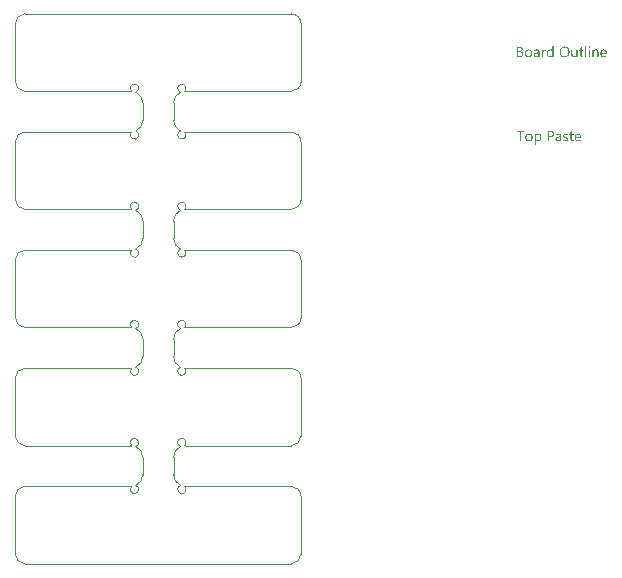
<source format=gtp>
G04*
G04 #@! TF.GenerationSoftware,Altium Limited,Altium Designer,21.3.2 (30)*
G04*
G04 Layer_Color=8421504*
%FSAX25Y25*%
%MOIN*%
G70*
G04*
G04 #@! TF.SameCoordinates,95C765EB-83B6-4E62-A68E-D1C90A93CB07*
G04*
G04*
G04 #@! TF.FilePolarity,Positive*
G04*
G01*
G75*
%ADD10C,0.00394*%
G36*
X0143757Y0080889D02*
X0143784Y0080883D01*
X0143812Y0080873D01*
X0143843Y0080858D01*
X0143874Y0080839D01*
X0143905Y0080815D01*
X0143908Y0080812D01*
X0143917Y0080802D01*
X0143930Y0080787D01*
X0143945Y0080765D01*
X0143957Y0080737D01*
X0143970Y0080707D01*
X0143979Y0080669D01*
X0143982Y0080629D01*
Y0080623D01*
Y0080611D01*
X0143979Y0080592D01*
X0143973Y0080564D01*
X0143964Y0080537D01*
X0143948Y0080506D01*
X0143930Y0080475D01*
X0143905Y0080444D01*
X0143902Y0080441D01*
X0143893Y0080431D01*
X0143874Y0080419D01*
X0143852Y0080407D01*
X0143825Y0080394D01*
X0143794Y0080382D01*
X0143760Y0080373D01*
X0143719Y0080370D01*
X0143701D01*
X0143682Y0080373D01*
X0143655Y0080379D01*
X0143627Y0080388D01*
X0143596Y0080401D01*
X0143565Y0080416D01*
X0143534Y0080441D01*
X0143531Y0080444D01*
X0143522Y0080453D01*
X0143509Y0080472D01*
X0143497Y0080493D01*
X0143485Y0080518D01*
X0143472Y0080552D01*
X0143463Y0080589D01*
X0143460Y0080629D01*
Y0080635D01*
Y0080648D01*
X0143463Y0080669D01*
X0143469Y0080694D01*
X0143479Y0080725D01*
X0143491Y0080756D01*
X0143509Y0080787D01*
X0143534Y0080815D01*
X0143537Y0080818D01*
X0143546Y0080827D01*
X0143565Y0080839D01*
X0143587Y0080855D01*
X0143614Y0080867D01*
X0143645Y0080879D01*
X0143679Y0080889D01*
X0143719Y0080892D01*
X0143738D01*
X0143757Y0080889D01*
D02*
G37*
G36*
X0131789Y0077224D02*
X0131387D01*
Y0077647D01*
X0131378D01*
X0131375Y0077641D01*
X0131366Y0077626D01*
X0131347Y0077604D01*
X0131325Y0077573D01*
X0131295Y0077536D01*
X0131261Y0077496D01*
X0131217Y0077453D01*
X0131165Y0077406D01*
X0131109Y0077360D01*
X0131044Y0077317D01*
X0130973Y0077277D01*
X0130896Y0077240D01*
X0130813Y0077209D01*
X0130720Y0077187D01*
X0130621Y0077171D01*
X0130516Y0077165D01*
X0130494D01*
X0130470Y0077168D01*
X0130439Y0077171D01*
X0130398Y0077175D01*
X0130352Y0077184D01*
X0130300Y0077193D01*
X0130244Y0077209D01*
X0130185Y0077224D01*
X0130123Y0077249D01*
X0130062Y0077273D01*
X0129997Y0077307D01*
X0129935Y0077345D01*
X0129873Y0077391D01*
X0129815Y0077443D01*
X0129759Y0077502D01*
X0129756Y0077505D01*
X0129746Y0077518D01*
X0129734Y0077536D01*
X0129716Y0077564D01*
X0129694Y0077598D01*
X0129669Y0077638D01*
X0129645Y0077688D01*
X0129620Y0077743D01*
X0129592Y0077805D01*
X0129567Y0077873D01*
X0129543Y0077950D01*
X0129521Y0078031D01*
X0129502Y0078117D01*
X0129490Y0078213D01*
X0129481Y0078312D01*
X0129478Y0078417D01*
Y0078420D01*
Y0078423D01*
Y0078432D01*
Y0078445D01*
X0129481Y0078475D01*
X0129484Y0078519D01*
X0129487Y0078574D01*
X0129493Y0078633D01*
X0129502Y0078701D01*
X0129518Y0078775D01*
X0129533Y0078852D01*
X0129555Y0078936D01*
X0129580Y0079016D01*
X0129611Y0079103D01*
X0129645Y0079183D01*
X0129688Y0079264D01*
X0129734Y0079341D01*
X0129790Y0079415D01*
X0129793Y0079418D01*
X0129805Y0079430D01*
X0129824Y0079449D01*
X0129849Y0079474D01*
X0129879Y0079501D01*
X0129917Y0079535D01*
X0129963Y0079569D01*
X0130012Y0079603D01*
X0130071Y0079637D01*
X0130133Y0079671D01*
X0130201Y0079705D01*
X0130275Y0079733D01*
X0130355Y0079758D01*
X0130442Y0079776D01*
X0130531Y0079789D01*
X0130627Y0079792D01*
X0130649D01*
X0130677Y0079789D01*
X0130711Y0079786D01*
X0130754Y0079779D01*
X0130803Y0079770D01*
X0130856Y0079758D01*
X0130915Y0079742D01*
X0130976Y0079721D01*
X0131038Y0079693D01*
X0131100Y0079659D01*
X0131162Y0079619D01*
X0131220Y0079572D01*
X0131279Y0079520D01*
X0131332Y0079455D01*
X0131378Y0079384D01*
X0131387D01*
Y0080938D01*
X0131789D01*
Y0077224D01*
D02*
G37*
G36*
X0146003Y0079789D02*
X0146031D01*
X0146065Y0079783D01*
X0146105Y0079776D01*
X0146148Y0079770D01*
X0146195Y0079758D01*
X0146244Y0079746D01*
X0146297Y0079727D01*
X0146349Y0079705D01*
X0146402Y0079677D01*
X0146451Y0079647D01*
X0146501Y0079613D01*
X0146547Y0079569D01*
X0146590Y0079523D01*
X0146593Y0079520D01*
X0146599Y0079511D01*
X0146612Y0079495D01*
X0146624Y0079474D01*
X0146640Y0079446D01*
X0146658Y0079412D01*
X0146680Y0079372D01*
X0146701Y0079328D01*
X0146720Y0079276D01*
X0146741Y0079220D01*
X0146760Y0079155D01*
X0146775Y0079087D01*
X0146788Y0079013D01*
X0146800Y0078933D01*
X0146806Y0078849D01*
X0146809Y0078757D01*
Y0077224D01*
X0146408D01*
Y0078655D01*
Y0078658D01*
Y0078664D01*
Y0078673D01*
Y0078689D01*
X0146405Y0078707D01*
Y0078729D01*
X0146398Y0078778D01*
X0146389Y0078840D01*
X0146377Y0078908D01*
X0146358Y0078979D01*
X0146334Y0079053D01*
X0146303Y0079128D01*
X0146266Y0079199D01*
X0146219Y0079267D01*
X0146161Y0079328D01*
X0146096Y0079378D01*
X0146059Y0079399D01*
X0146015Y0079418D01*
X0145972Y0079433D01*
X0145926Y0079443D01*
X0145876Y0079449D01*
X0145824Y0079452D01*
X0145796D01*
X0145774Y0079449D01*
X0145750Y0079446D01*
X0145719Y0079440D01*
X0145685Y0079433D01*
X0145651Y0079424D01*
X0145611Y0079412D01*
X0145570Y0079396D01*
X0145530Y0079378D01*
X0145487Y0079356D01*
X0145447Y0079328D01*
X0145404Y0079298D01*
X0145363Y0079264D01*
X0145326Y0079223D01*
X0145323Y0079220D01*
X0145317Y0079214D01*
X0145308Y0079202D01*
X0145295Y0079183D01*
X0145280Y0079162D01*
X0145264Y0079134D01*
X0145246Y0079103D01*
X0145227Y0079069D01*
X0145209Y0079029D01*
X0145190Y0078985D01*
X0145175Y0078939D01*
X0145159Y0078890D01*
X0145147Y0078834D01*
X0145138Y0078778D01*
X0145132Y0078716D01*
X0145129Y0078655D01*
Y0077224D01*
X0144727D01*
Y0079733D01*
X0145129D01*
Y0079316D01*
X0145138D01*
X0145141Y0079322D01*
X0145150Y0079338D01*
X0145169Y0079359D01*
X0145190Y0079390D01*
X0145221Y0079427D01*
X0145255Y0079467D01*
X0145299Y0079511D01*
X0145348Y0079554D01*
X0145404Y0079597D01*
X0145465Y0079640D01*
X0145533Y0079681D01*
X0145604Y0079718D01*
X0145685Y0079749D01*
X0145771Y0079770D01*
X0145864Y0079786D01*
X0145963Y0079792D01*
X0145981D01*
X0146003Y0079789D01*
D02*
G37*
G36*
X0129027Y0079773D02*
X0129060D01*
X0129098Y0079767D01*
X0129138Y0079761D01*
X0129178Y0079755D01*
X0129212Y0079742D01*
Y0079325D01*
X0129206Y0079328D01*
X0129193Y0079338D01*
X0129169Y0079350D01*
X0129135Y0079365D01*
X0129088Y0079381D01*
X0129039Y0079393D01*
X0128977Y0079403D01*
X0128906Y0079406D01*
X0128881D01*
X0128863Y0079403D01*
X0128841Y0079399D01*
X0128816Y0079393D01*
X0128758Y0079375D01*
X0128724Y0079362D01*
X0128690Y0079347D01*
X0128653Y0079325D01*
X0128616Y0079304D01*
X0128582Y0079276D01*
X0128544Y0079242D01*
X0128510Y0079205D01*
X0128477Y0079162D01*
X0128473Y0079158D01*
X0128470Y0079149D01*
X0128461Y0079137D01*
X0128449Y0079118D01*
X0128436Y0079093D01*
X0128421Y0079063D01*
X0128405Y0079029D01*
X0128390Y0078988D01*
X0128375Y0078945D01*
X0128359Y0078896D01*
X0128344Y0078840D01*
X0128331Y0078781D01*
X0128319Y0078716D01*
X0128310Y0078649D01*
X0128307Y0078578D01*
X0128304Y0078500D01*
Y0077224D01*
X0127902D01*
Y0079733D01*
X0128304D01*
Y0079214D01*
X0128313D01*
Y0079217D01*
X0128316Y0079226D01*
X0128322Y0079239D01*
X0128328Y0079257D01*
X0128338Y0079279D01*
X0128350Y0079307D01*
X0128378Y0079365D01*
X0128415Y0079433D01*
X0128461Y0079501D01*
X0128514Y0079566D01*
X0128575Y0079628D01*
X0128578Y0079631D01*
X0128585Y0079634D01*
X0128594Y0079640D01*
X0128606Y0079653D01*
X0128622Y0079662D01*
X0128643Y0079674D01*
X0128690Y0079702D01*
X0128749Y0079730D01*
X0128816Y0079755D01*
X0128891Y0079770D01*
X0128931Y0079773D01*
X0128971Y0079776D01*
X0128996D01*
X0129027Y0079773D01*
D02*
G37*
G36*
X0139789Y0077224D02*
X0139387D01*
Y0077620D01*
X0139378D01*
X0139375Y0077613D01*
X0139366Y0077601D01*
X0139350Y0077576D01*
X0139332Y0077548D01*
X0139304Y0077514D01*
X0139270Y0077477D01*
X0139233Y0077434D01*
X0139187Y0077394D01*
X0139137Y0077351D01*
X0139078Y0077311D01*
X0139016Y0077270D01*
X0138945Y0077236D01*
X0138868Y0077209D01*
X0138788Y0077184D01*
X0138698Y0077171D01*
X0138602Y0077165D01*
X0138581D01*
X0138565Y0077168D01*
X0138544D01*
X0138519Y0077171D01*
X0138491Y0077178D01*
X0138463Y0077181D01*
X0138395Y0077199D01*
X0138318Y0077221D01*
X0138238Y0077255D01*
X0138198Y0077277D01*
X0138154Y0077298D01*
X0138111Y0077326D01*
X0138071Y0077354D01*
X0138031Y0077388D01*
X0137991Y0077425D01*
X0137951Y0077468D01*
X0137913Y0077511D01*
X0137879Y0077561D01*
X0137845Y0077617D01*
X0137818Y0077675D01*
X0137790Y0077737D01*
X0137765Y0077805D01*
X0137743Y0077879D01*
X0137728Y0077960D01*
X0137716Y0078043D01*
X0137709Y0078136D01*
X0137706Y0078231D01*
Y0079733D01*
X0138105D01*
Y0078296D01*
Y0078293D01*
Y0078287D01*
Y0078278D01*
Y0078262D01*
X0138108Y0078244D01*
Y0078222D01*
X0138114Y0078173D01*
X0138124Y0078111D01*
X0138136Y0078046D01*
X0138157Y0077972D01*
X0138182Y0077901D01*
X0138213Y0077827D01*
X0138253Y0077753D01*
X0138303Y0077688D01*
X0138361Y0077626D01*
X0138433Y0077576D01*
X0138470Y0077555D01*
X0138513Y0077536D01*
X0138559Y0077521D01*
X0138606Y0077511D01*
X0138658Y0077505D01*
X0138714Y0077502D01*
X0138742D01*
X0138763Y0077505D01*
X0138788Y0077508D01*
X0138816Y0077514D01*
X0138850Y0077521D01*
X0138884Y0077530D01*
X0138921Y0077539D01*
X0138961Y0077555D01*
X0139001Y0077573D01*
X0139041Y0077595D01*
X0139081Y0077620D01*
X0139122Y0077647D01*
X0139159Y0077681D01*
X0139196Y0077719D01*
X0139199Y0077722D01*
X0139205Y0077728D01*
X0139214Y0077740D01*
X0139227Y0077759D01*
X0139239Y0077780D01*
X0139258Y0077805D01*
X0139273Y0077836D01*
X0139292Y0077870D01*
X0139310Y0077910D01*
X0139325Y0077953D01*
X0139344Y0078000D01*
X0139356Y0078049D01*
X0139369Y0078105D01*
X0139378Y0078160D01*
X0139384Y0078222D01*
X0139387Y0078287D01*
Y0079733D01*
X0139789D01*
Y0077224D01*
D02*
G37*
G36*
X0143914D02*
X0143512D01*
Y0079733D01*
X0143914D01*
Y0077224D01*
D02*
G37*
G36*
X0142700D02*
X0142298D01*
Y0080938D01*
X0142700D01*
Y0077224D01*
D02*
G37*
G36*
X0126298Y0079789D02*
X0126320D01*
X0126341Y0079786D01*
X0126369Y0079783D01*
X0126400Y0079776D01*
X0126465Y0079764D01*
X0126542Y0079742D01*
X0126620Y0079715D01*
X0126703Y0079674D01*
X0126786Y0079625D01*
X0126827Y0079597D01*
X0126867Y0079563D01*
X0126904Y0079526D01*
X0126941Y0079489D01*
X0126975Y0079446D01*
X0127006Y0079396D01*
X0127037Y0079347D01*
X0127064Y0079291D01*
X0127086Y0079229D01*
X0127108Y0079165D01*
X0127123Y0079097D01*
X0127136Y0079019D01*
X0127142Y0078942D01*
X0127145Y0078856D01*
Y0077224D01*
X0126743D01*
Y0077613D01*
X0126734D01*
X0126731Y0077607D01*
X0126721Y0077595D01*
X0126706Y0077573D01*
X0126684Y0077542D01*
X0126656Y0077508D01*
X0126622Y0077471D01*
X0126585Y0077431D01*
X0126539Y0077391D01*
X0126487Y0077348D01*
X0126431Y0077307D01*
X0126366Y0077270D01*
X0126298Y0077236D01*
X0126221Y0077205D01*
X0126140Y0077184D01*
X0126054Y0077171D01*
X0125961Y0077165D01*
X0125924D01*
X0125900Y0077168D01*
X0125869Y0077171D01*
X0125831Y0077175D01*
X0125791Y0077181D01*
X0125748Y0077190D01*
X0125652Y0077215D01*
X0125606Y0077230D01*
X0125557Y0077249D01*
X0125507Y0077270D01*
X0125461Y0077298D01*
X0125417Y0077329D01*
X0125374Y0077363D01*
X0125371Y0077366D01*
X0125365Y0077372D01*
X0125356Y0077385D01*
X0125340Y0077400D01*
X0125325Y0077419D01*
X0125309Y0077443D01*
X0125288Y0077471D01*
X0125269Y0077502D01*
X0125251Y0077539D01*
X0125232Y0077579D01*
X0125214Y0077623D01*
X0125198Y0077669D01*
X0125183Y0077719D01*
X0125173Y0077771D01*
X0125167Y0077830D01*
X0125164Y0077888D01*
Y0077891D01*
Y0077898D01*
Y0077907D01*
X0125167Y0077919D01*
Y0077935D01*
X0125170Y0077953D01*
X0125176Y0078000D01*
X0125189Y0078055D01*
X0125207Y0078117D01*
X0125232Y0078185D01*
X0125269Y0078256D01*
X0125312Y0078327D01*
X0125365Y0078398D01*
X0125399Y0078432D01*
X0125433Y0078466D01*
X0125473Y0078500D01*
X0125513Y0078531D01*
X0125560Y0078562D01*
X0125609Y0078590D01*
X0125662Y0078615D01*
X0125720Y0078639D01*
X0125782Y0078661D01*
X0125847Y0078680D01*
X0125918Y0078695D01*
X0125992Y0078707D01*
X0126743Y0078812D01*
Y0078815D01*
Y0078819D01*
Y0078828D01*
Y0078840D01*
X0126740Y0078871D01*
X0126734Y0078911D01*
X0126728Y0078961D01*
X0126715Y0079016D01*
X0126700Y0079072D01*
X0126678Y0079134D01*
X0126650Y0079192D01*
X0126616Y0079251D01*
X0126576Y0079304D01*
X0126527Y0079353D01*
X0126465Y0079393D01*
X0126397Y0079424D01*
X0126360Y0079436D01*
X0126317Y0079446D01*
X0126273Y0079449D01*
X0126227Y0079452D01*
X0126205D01*
X0126184Y0079449D01*
X0126150Y0079446D01*
X0126110Y0079443D01*
X0126063Y0079436D01*
X0126011Y0079427D01*
X0125955Y0079415D01*
X0125893Y0079396D01*
X0125828Y0079378D01*
X0125760Y0079353D01*
X0125689Y0079322D01*
X0125618Y0079285D01*
X0125547Y0079245D01*
X0125476Y0079199D01*
X0125408Y0079143D01*
Y0079554D01*
X0125411Y0079557D01*
X0125424Y0079563D01*
X0125445Y0079576D01*
X0125473Y0079591D01*
X0125510Y0079610D01*
X0125550Y0079628D01*
X0125600Y0079650D01*
X0125655Y0079674D01*
X0125714Y0079696D01*
X0125779Y0079718D01*
X0125850Y0079736D01*
X0125924Y0079755D01*
X0126005Y0079770D01*
X0126085Y0079783D01*
X0126171Y0079789D01*
X0126261Y0079792D01*
X0126283D01*
X0126298Y0079789D01*
D02*
G37*
G36*
X0120662Y0080734D02*
X0120699Y0080731D01*
X0120742Y0080725D01*
X0120792Y0080719D01*
X0120847Y0080710D01*
X0120903Y0080697D01*
X0120962Y0080682D01*
X0121023Y0080663D01*
X0121082Y0080642D01*
X0121144Y0080617D01*
X0121200Y0080586D01*
X0121255Y0080552D01*
X0121308Y0080512D01*
X0121311Y0080509D01*
X0121320Y0080503D01*
X0121333Y0080490D01*
X0121348Y0080472D01*
X0121370Y0080450D01*
X0121391Y0080422D01*
X0121416Y0080391D01*
X0121441Y0080357D01*
X0121465Y0080317D01*
X0121490Y0080274D01*
X0121512Y0080225D01*
X0121533Y0080175D01*
X0121549Y0080119D01*
X0121561Y0080061D01*
X0121570Y0079999D01*
X0121573Y0079934D01*
Y0079931D01*
Y0079922D01*
Y0079906D01*
X0121570Y0079885D01*
X0121567Y0079857D01*
X0121564Y0079829D01*
X0121561Y0079795D01*
X0121555Y0079758D01*
X0121533Y0079674D01*
X0121505Y0079588D01*
X0121487Y0079542D01*
X0121465Y0079498D01*
X0121441Y0079455D01*
X0121413Y0079412D01*
X0121410Y0079409D01*
X0121407Y0079403D01*
X0121397Y0079390D01*
X0121382Y0079375D01*
X0121367Y0079359D01*
X0121348Y0079338D01*
X0121323Y0079316D01*
X0121299Y0079291D01*
X0121268Y0079267D01*
X0121234Y0079239D01*
X0121196Y0079214D01*
X0121156Y0079186D01*
X0121113Y0079162D01*
X0121070Y0079140D01*
X0120968Y0079100D01*
Y0079090D01*
X0120971D01*
X0120983Y0079087D01*
X0121002Y0079084D01*
X0121027Y0079081D01*
X0121057Y0079075D01*
X0121091Y0079066D01*
X0121132Y0079053D01*
X0121172Y0079041D01*
X0121261Y0079007D01*
X0121311Y0078985D01*
X0121357Y0078958D01*
X0121404Y0078930D01*
X0121450Y0078899D01*
X0121496Y0078862D01*
X0121536Y0078822D01*
X0121539Y0078819D01*
X0121546Y0078812D01*
X0121555Y0078800D01*
X0121570Y0078781D01*
X0121586Y0078757D01*
X0121604Y0078732D01*
X0121623Y0078698D01*
X0121645Y0078664D01*
X0121663Y0078624D01*
X0121682Y0078578D01*
X0121700Y0078531D01*
X0121716Y0078479D01*
X0121731Y0078420D01*
X0121740Y0078361D01*
X0121747Y0078299D01*
X0121750Y0078231D01*
Y0078225D01*
Y0078213D01*
X0121747Y0078188D01*
X0121743Y0078157D01*
X0121740Y0078117D01*
X0121731Y0078074D01*
X0121722Y0078024D01*
X0121709Y0077972D01*
X0121691Y0077913D01*
X0121669Y0077854D01*
X0121645Y0077796D01*
X0121614Y0077734D01*
X0121577Y0077672D01*
X0121533Y0077613D01*
X0121484Y0077558D01*
X0121425Y0077502D01*
X0121422Y0077499D01*
X0121410Y0077490D01*
X0121391Y0077477D01*
X0121367Y0077459D01*
X0121335Y0077437D01*
X0121295Y0077416D01*
X0121252Y0077388D01*
X0121203Y0077363D01*
X0121144Y0077338D01*
X0121082Y0077314D01*
X0121017Y0077289D01*
X0120943Y0077267D01*
X0120866Y0077249D01*
X0120785Y0077236D01*
X0120699Y0077227D01*
X0120609Y0077224D01*
X0119587D01*
Y0080737D01*
X0120628D01*
X0120662Y0080734D01*
D02*
G37*
G36*
X0141130Y0079733D02*
X0141763D01*
Y0079387D01*
X0141130D01*
Y0077975D01*
Y0077972D01*
Y0077963D01*
Y0077950D01*
Y0077935D01*
X0141133Y0077913D01*
X0141136Y0077888D01*
X0141142Y0077836D01*
X0141152Y0077774D01*
X0141167Y0077715D01*
X0141189Y0077660D01*
X0141201Y0077635D01*
X0141217Y0077613D01*
X0141220Y0077610D01*
X0141232Y0077598D01*
X0141254Y0077579D01*
X0141285Y0077561D01*
X0141325Y0077539D01*
X0141374Y0077524D01*
X0141433Y0077511D01*
X0141501Y0077505D01*
X0141526D01*
X0141553Y0077508D01*
X0141590Y0077514D01*
X0141631Y0077527D01*
X0141677Y0077539D01*
X0141720Y0077561D01*
X0141763Y0077589D01*
Y0077246D01*
X0141760D01*
X0141757Y0077243D01*
X0141748Y0077240D01*
X0141739Y0077233D01*
X0141705Y0077221D01*
X0141665Y0077209D01*
X0141609Y0077196D01*
X0141544Y0077184D01*
X0141470Y0077175D01*
X0141387Y0077171D01*
X0141359D01*
X0141325Y0077178D01*
X0141285Y0077184D01*
X0141235Y0077193D01*
X0141180Y0077212D01*
X0141118Y0077233D01*
X0141059Y0077264D01*
X0140997Y0077301D01*
X0140935Y0077351D01*
X0140880Y0077409D01*
X0140855Y0077443D01*
X0140830Y0077481D01*
X0140809Y0077521D01*
X0140790Y0077564D01*
X0140772Y0077610D01*
X0140756Y0077663D01*
X0140744Y0077715D01*
X0140735Y0077774D01*
X0140732Y0077836D01*
X0140728Y0077904D01*
Y0079387D01*
X0140299D01*
Y0079733D01*
X0140728D01*
Y0080345D01*
X0141130Y0080475D01*
Y0079733D01*
D02*
G37*
G36*
X0148599Y0079789D02*
X0148633Y0079786D01*
X0148676Y0079783D01*
X0148722Y0079776D01*
X0148775Y0079764D01*
X0148830Y0079752D01*
X0148892Y0079736D01*
X0148954Y0079715D01*
X0149016Y0079687D01*
X0149081Y0079656D01*
X0149143Y0079619D01*
X0149201Y0079576D01*
X0149260Y0079526D01*
X0149312Y0079470D01*
X0149316Y0079467D01*
X0149325Y0079455D01*
X0149337Y0079436D01*
X0149356Y0079412D01*
X0149374Y0079381D01*
X0149399Y0079341D01*
X0149424Y0079294D01*
X0149448Y0079242D01*
X0149473Y0079180D01*
X0149498Y0079115D01*
X0149522Y0079041D01*
X0149541Y0078964D01*
X0149560Y0078877D01*
X0149572Y0078788D01*
X0149581Y0078689D01*
X0149584Y0078587D01*
Y0078377D01*
X0147811D01*
Y0078370D01*
Y0078358D01*
X0147814Y0078337D01*
X0147817Y0078309D01*
X0147820Y0078272D01*
X0147826Y0078231D01*
X0147832Y0078188D01*
X0147845Y0078139D01*
X0147872Y0078034D01*
X0147891Y0077981D01*
X0147913Y0077925D01*
X0147937Y0077873D01*
X0147965Y0077820D01*
X0147999Y0077774D01*
X0148036Y0077728D01*
X0148039Y0077725D01*
X0148046Y0077719D01*
X0148058Y0077706D01*
X0148076Y0077694D01*
X0148098Y0077675D01*
X0148126Y0077657D01*
X0148157Y0077635D01*
X0148191Y0077617D01*
X0148231Y0077595D01*
X0148277Y0077573D01*
X0148324Y0077555D01*
X0148379Y0077536D01*
X0148435Y0077524D01*
X0148497Y0077511D01*
X0148562Y0077505D01*
X0148629Y0077502D01*
X0148648D01*
X0148670Y0077505D01*
X0148701D01*
X0148738Y0077511D01*
X0148781Y0077518D01*
X0148830Y0077527D01*
X0148886Y0077536D01*
X0148945Y0077552D01*
X0149006Y0077570D01*
X0149071Y0077592D01*
X0149136Y0077620D01*
X0149204Y0077650D01*
X0149272Y0077688D01*
X0149340Y0077731D01*
X0149408Y0077780D01*
Y0077403D01*
X0149405Y0077400D01*
X0149393Y0077394D01*
X0149374Y0077382D01*
X0149349Y0077366D01*
X0149316Y0077348D01*
X0149275Y0077329D01*
X0149229Y0077307D01*
X0149176Y0077286D01*
X0149115Y0077261D01*
X0149050Y0077240D01*
X0148979Y0077221D01*
X0148901Y0077202D01*
X0148818Y0077187D01*
X0148728Y0077175D01*
X0148633Y0077168D01*
X0148534Y0077165D01*
X0148509D01*
X0148484Y0077168D01*
X0148447Y0077171D01*
X0148401Y0077175D01*
X0148348Y0077184D01*
X0148293Y0077193D01*
X0148231Y0077209D01*
X0148166Y0077227D01*
X0148098Y0077249D01*
X0148027Y0077277D01*
X0147959Y0077307D01*
X0147888Y0077348D01*
X0147823Y0077394D01*
X0147758Y0077447D01*
X0147699Y0077505D01*
X0147696Y0077508D01*
X0147687Y0077521D01*
X0147672Y0077542D01*
X0147653Y0077570D01*
X0147628Y0077604D01*
X0147604Y0077647D01*
X0147576Y0077697D01*
X0147548Y0077756D01*
X0147520Y0077817D01*
X0147492Y0077891D01*
X0147468Y0077969D01*
X0147443Y0078055D01*
X0147424Y0078148D01*
X0147409Y0078247D01*
X0147400Y0078355D01*
X0147397Y0078466D01*
Y0078469D01*
Y0078472D01*
Y0078482D01*
Y0078491D01*
X0147400Y0078522D01*
X0147403Y0078565D01*
X0147406Y0078615D01*
X0147415Y0078670D01*
X0147424Y0078735D01*
X0147437Y0078806D01*
X0147455Y0078880D01*
X0147477Y0078958D01*
X0147505Y0079038D01*
X0147536Y0079118D01*
X0147573Y0079195D01*
X0147619Y0079276D01*
X0147669Y0079350D01*
X0147727Y0079421D01*
X0147730Y0079424D01*
X0147743Y0079436D01*
X0147761Y0079455D01*
X0147786Y0079480D01*
X0147820Y0079508D01*
X0147860Y0079539D01*
X0147903Y0079572D01*
X0147956Y0079606D01*
X0148012Y0079640D01*
X0148076Y0079674D01*
X0148144Y0079705D01*
X0148215Y0079733D01*
X0148293Y0079758D01*
X0148376Y0079776D01*
X0148463Y0079789D01*
X0148552Y0079792D01*
X0148574D01*
X0148599Y0079789D01*
D02*
G37*
G36*
X0135556Y0080793D02*
X0135577D01*
X0135599Y0080790D01*
X0135627D01*
X0135689Y0080781D01*
X0135760Y0080771D01*
X0135840Y0080756D01*
X0135926Y0080734D01*
X0136016Y0080710D01*
X0136112Y0080676D01*
X0136208Y0080635D01*
X0136307Y0080589D01*
X0136406Y0080533D01*
X0136498Y0080469D01*
X0136591Y0080391D01*
X0136677Y0080305D01*
X0136684Y0080299D01*
X0136696Y0080283D01*
X0136718Y0080255D01*
X0136749Y0080215D01*
X0136779Y0080166D01*
X0136820Y0080107D01*
X0136860Y0080039D01*
X0136900Y0079962D01*
X0136940Y0079872D01*
X0136980Y0079776D01*
X0137020Y0079671D01*
X0137054Y0079557D01*
X0137082Y0079433D01*
X0137104Y0079304D01*
X0137116Y0079168D01*
X0137122Y0079023D01*
Y0079019D01*
Y0079013D01*
Y0079001D01*
Y0078985D01*
X0137119Y0078964D01*
Y0078939D01*
X0137116Y0078911D01*
Y0078880D01*
X0137113Y0078846D01*
X0137110Y0078809D01*
X0137098Y0078726D01*
X0137085Y0078630D01*
X0137067Y0078531D01*
X0137042Y0078423D01*
X0137011Y0078312D01*
X0136974Y0078201D01*
X0136931Y0078086D01*
X0136878Y0077975D01*
X0136817Y0077864D01*
X0136745Y0077762D01*
X0136665Y0077663D01*
X0136659Y0077657D01*
X0136643Y0077641D01*
X0136619Y0077617D01*
X0136582Y0077586D01*
X0136535Y0077548D01*
X0136480Y0077505D01*
X0136418Y0077462D01*
X0136344Y0077416D01*
X0136260Y0077369D01*
X0136168Y0077323D01*
X0136069Y0077280D01*
X0135960Y0077243D01*
X0135843Y0077212D01*
X0135720Y0077187D01*
X0135587Y0077171D01*
X0135448Y0077165D01*
X0135414D01*
X0135398Y0077168D01*
X0135377D01*
X0135352Y0077171D01*
X0135324Y0077175D01*
X0135259Y0077181D01*
X0135188Y0077190D01*
X0135105Y0077205D01*
X0135018Y0077227D01*
X0134922Y0077252D01*
X0134827Y0077286D01*
X0134728Y0077326D01*
X0134626Y0077372D01*
X0134527Y0077428D01*
X0134431Y0077496D01*
X0134335Y0077570D01*
X0134249Y0077657D01*
X0134242Y0077663D01*
X0134230Y0077678D01*
X0134209Y0077706D01*
X0134178Y0077746D01*
X0134144Y0077796D01*
X0134107Y0077854D01*
X0134066Y0077922D01*
X0134026Y0078003D01*
X0133983Y0078089D01*
X0133943Y0078185D01*
X0133906Y0078290D01*
X0133872Y0078404D01*
X0133841Y0078528D01*
X0133819Y0078658D01*
X0133807Y0078794D01*
X0133801Y0078939D01*
Y0078942D01*
Y0078948D01*
Y0078961D01*
Y0078976D01*
X0133804Y0078998D01*
Y0079019D01*
X0133807Y0079047D01*
Y0079078D01*
X0133810Y0079112D01*
X0133816Y0079152D01*
X0133825Y0079233D01*
X0133838Y0079325D01*
X0133859Y0079424D01*
X0133881Y0079532D01*
X0133912Y0079640D01*
X0133949Y0079752D01*
X0133992Y0079866D01*
X0134045Y0079977D01*
X0134107Y0080085D01*
X0134178Y0080190D01*
X0134258Y0080289D01*
X0134264Y0080295D01*
X0134280Y0080311D01*
X0134304Y0080336D01*
X0134341Y0080370D01*
X0134388Y0080407D01*
X0134446Y0080450D01*
X0134511Y0080496D01*
X0134585Y0080543D01*
X0134672Y0080589D01*
X0134765Y0080635D01*
X0134867Y0080679D01*
X0134978Y0080716D01*
X0135098Y0080750D01*
X0135225Y0080774D01*
X0135361Y0080790D01*
X0135506Y0080796D01*
X0135537D01*
X0135556Y0080793D01*
D02*
G37*
G36*
X0123570Y0079789D02*
X0123610Y0079786D01*
X0123656Y0079783D01*
X0123712Y0079773D01*
X0123770Y0079764D01*
X0123835Y0079749D01*
X0123906Y0079730D01*
X0123977Y0079708D01*
X0124049Y0079681D01*
X0124123Y0079647D01*
X0124194Y0079606D01*
X0124265Y0079560D01*
X0124330Y0079508D01*
X0124392Y0079446D01*
X0124395Y0079443D01*
X0124404Y0079430D01*
X0124419Y0079409D01*
X0124441Y0079381D01*
X0124466Y0079347D01*
X0124490Y0079304D01*
X0124521Y0079254D01*
X0124549Y0079195D01*
X0124580Y0079131D01*
X0124608Y0079059D01*
X0124633Y0078982D01*
X0124657Y0078896D01*
X0124679Y0078803D01*
X0124694Y0078704D01*
X0124704Y0078599D01*
X0124707Y0078488D01*
Y0078485D01*
Y0078482D01*
Y0078472D01*
Y0078460D01*
X0124704Y0078429D01*
X0124701Y0078389D01*
X0124697Y0078337D01*
X0124688Y0078278D01*
X0124679Y0078213D01*
X0124663Y0078142D01*
X0124645Y0078068D01*
X0124623Y0077987D01*
X0124595Y0077907D01*
X0124565Y0077827D01*
X0124524Y0077746D01*
X0124478Y0077669D01*
X0124425Y0077595D01*
X0124367Y0077524D01*
X0124364Y0077521D01*
X0124351Y0077508D01*
X0124333Y0077490D01*
X0124305Y0077468D01*
X0124271Y0077440D01*
X0124231Y0077409D01*
X0124181Y0077379D01*
X0124126Y0077345D01*
X0124064Y0077311D01*
X0123996Y0077280D01*
X0123922Y0077249D01*
X0123842Y0077221D01*
X0123752Y0077199D01*
X0123659Y0077181D01*
X0123563Y0077168D01*
X0123458Y0077165D01*
X0123434D01*
X0123406Y0077168D01*
X0123366Y0077171D01*
X0123319Y0077175D01*
X0123264Y0077184D01*
X0123205Y0077193D01*
X0123140Y0077209D01*
X0123069Y0077227D01*
X0122998Y0077252D01*
X0122924Y0077280D01*
X0122850Y0077314D01*
X0122775Y0077354D01*
X0122701Y0077400D01*
X0122633Y0077453D01*
X0122569Y0077514D01*
X0122565Y0077518D01*
X0122553Y0077530D01*
X0122538Y0077552D01*
X0122516Y0077579D01*
X0122491Y0077613D01*
X0122463Y0077657D01*
X0122436Y0077706D01*
X0122405Y0077765D01*
X0122374Y0077827D01*
X0122343Y0077898D01*
X0122315Y0077975D01*
X0122290Y0078058D01*
X0122269Y0078145D01*
X0122253Y0078241D01*
X0122241Y0078343D01*
X0122238Y0078448D01*
Y0078451D01*
Y0078454D01*
Y0078463D01*
Y0078475D01*
X0122241Y0078509D01*
X0122244Y0078553D01*
X0122247Y0078605D01*
X0122256Y0078667D01*
X0122266Y0078735D01*
X0122281Y0078809D01*
X0122300Y0078886D01*
X0122321Y0078967D01*
X0122349Y0079050D01*
X0122383Y0079134D01*
X0122423Y0079214D01*
X0122467Y0079291D01*
X0122519Y0079365D01*
X0122581Y0079436D01*
X0122584Y0079440D01*
X0122596Y0079452D01*
X0122618Y0079470D01*
X0122646Y0079492D01*
X0122680Y0079520D01*
X0122723Y0079548D01*
X0122772Y0079582D01*
X0122828Y0079616D01*
X0122890Y0079647D01*
X0122961Y0079681D01*
X0123038Y0079708D01*
X0123122Y0079736D01*
X0123211Y0079758D01*
X0123307Y0079776D01*
X0123409Y0079789D01*
X0123517Y0079792D01*
X0123542D01*
X0123570Y0079789D01*
D02*
G37*
G36*
X0126789Y0051749D02*
X0126823Y0051746D01*
X0126864Y0051743D01*
X0126910Y0051733D01*
X0126962Y0051724D01*
X0127021Y0051709D01*
X0127080Y0051690D01*
X0127142Y0051668D01*
X0127204Y0051641D01*
X0127268Y0051610D01*
X0127330Y0051570D01*
X0127389Y0051523D01*
X0127448Y0051471D01*
X0127500Y0051412D01*
X0127503Y0051409D01*
X0127513Y0051397D01*
X0127525Y0051378D01*
X0127543Y0051350D01*
X0127562Y0051316D01*
X0127587Y0051276D01*
X0127611Y0051227D01*
X0127636Y0051174D01*
X0127661Y0051112D01*
X0127685Y0051044D01*
X0127710Y0050970D01*
X0127729Y0050890D01*
X0127747Y0050803D01*
X0127760Y0050710D01*
X0127769Y0050612D01*
X0127772Y0050510D01*
Y0050507D01*
Y0050503D01*
Y0050494D01*
Y0050482D01*
X0127769Y0050448D01*
X0127766Y0050405D01*
X0127763Y0050352D01*
X0127757Y0050290D01*
X0127747Y0050222D01*
X0127735Y0050148D01*
X0127716Y0050071D01*
X0127698Y0049988D01*
X0127673Y0049904D01*
X0127642Y0049821D01*
X0127608Y0049737D01*
X0127568Y0049654D01*
X0127519Y0049577D01*
X0127466Y0049502D01*
X0127463Y0049499D01*
X0127451Y0049487D01*
X0127435Y0049468D01*
X0127410Y0049444D01*
X0127380Y0049416D01*
X0127342Y0049382D01*
X0127296Y0049348D01*
X0127247Y0049314D01*
X0127191Y0049280D01*
X0127126Y0049246D01*
X0127058Y0049212D01*
X0126984Y0049184D01*
X0126904Y0049159D01*
X0126817Y0049141D01*
X0126725Y0049128D01*
X0126629Y0049125D01*
X0126607D01*
X0126582Y0049128D01*
X0126548Y0049132D01*
X0126508Y0049138D01*
X0126462Y0049147D01*
X0126409Y0049159D01*
X0126351Y0049178D01*
X0126292Y0049200D01*
X0126230Y0049227D01*
X0126168Y0049261D01*
X0126103Y0049301D01*
X0126042Y0049351D01*
X0125983Y0049406D01*
X0125927Y0049471D01*
X0125875Y0049546D01*
X0125865D01*
Y0048031D01*
X0125464D01*
Y0051693D01*
X0125865D01*
Y0051251D01*
X0125875D01*
X0125878Y0051257D01*
X0125890Y0051273D01*
X0125906Y0051298D01*
X0125930Y0051328D01*
X0125961Y0051369D01*
X0125998Y0051409D01*
X0126045Y0051455D01*
X0126094Y0051502D01*
X0126153Y0051548D01*
X0126218Y0051594D01*
X0126289Y0051634D01*
X0126366Y0051675D01*
X0126450Y0051705D01*
X0126542Y0051730D01*
X0126638Y0051746D01*
X0126743Y0051752D01*
X0126765D01*
X0126789Y0051749D01*
D02*
G37*
G36*
X0136022D02*
X0136050D01*
X0136084Y0051746D01*
X0136121Y0051743D01*
X0136161Y0051736D01*
X0136254Y0051724D01*
X0136350Y0051702D01*
X0136452Y0051675D01*
X0136551Y0051638D01*
Y0051230D01*
X0136548Y0051233D01*
X0136538Y0051239D01*
X0136523Y0051245D01*
X0136501Y0051257D01*
X0136477Y0051273D01*
X0136446Y0051288D01*
X0136409Y0051304D01*
X0136368Y0051322D01*
X0136322Y0051338D01*
X0136276Y0051353D01*
X0136223Y0051369D01*
X0136168Y0051384D01*
X0136106Y0051397D01*
X0136044Y0051403D01*
X0135982Y0051409D01*
X0135914Y0051412D01*
X0135874D01*
X0135846Y0051409D01*
X0135815Y0051406D01*
X0135781Y0051400D01*
X0135710Y0051384D01*
X0135707D01*
X0135695Y0051381D01*
X0135679Y0051375D01*
X0135658Y0051366D01*
X0135608Y0051344D01*
X0135556Y0051313D01*
X0135553Y0051310D01*
X0135547Y0051304D01*
X0135534Y0051294D01*
X0135519Y0051282D01*
X0135485Y0051248D01*
X0135454Y0051202D01*
Y0051199D01*
X0135448Y0051190D01*
X0135444Y0051177D01*
X0135438Y0051159D01*
X0135432Y0051140D01*
X0135426Y0051115D01*
X0135423Y0051087D01*
X0135420Y0051060D01*
Y0051057D01*
Y0051044D01*
X0135423Y0051026D01*
Y0051001D01*
X0135429Y0050976D01*
X0135435Y0050949D01*
X0135441Y0050921D01*
X0135454Y0050893D01*
X0135457Y0050890D01*
X0135460Y0050880D01*
X0135469Y0050868D01*
X0135482Y0050853D01*
X0135497Y0050837D01*
X0135512Y0050816D01*
X0135559Y0050775D01*
X0135562Y0050772D01*
X0135571Y0050766D01*
X0135587Y0050757D01*
X0135605Y0050744D01*
X0135630Y0050732D01*
X0135658Y0050717D01*
X0135692Y0050698D01*
X0135726Y0050683D01*
X0135729Y0050680D01*
X0135744Y0050677D01*
X0135763Y0050667D01*
X0135791Y0050658D01*
X0135825Y0050643D01*
X0135862Y0050627D01*
X0135902Y0050612D01*
X0135948Y0050593D01*
X0135951D01*
X0135954Y0050590D01*
X0135964Y0050587D01*
X0135976Y0050584D01*
X0136007Y0050572D01*
X0136047Y0050553D01*
X0136093Y0050534D01*
X0136146Y0050513D01*
X0136198Y0050488D01*
X0136248Y0050463D01*
X0136251D01*
X0136254Y0050460D01*
X0136269Y0050451D01*
X0136294Y0050439D01*
X0136325Y0050420D01*
X0136362Y0050395D01*
X0136399Y0050371D01*
X0136436Y0050340D01*
X0136474Y0050309D01*
X0136477Y0050306D01*
X0136489Y0050293D01*
X0136504Y0050278D01*
X0136526Y0050253D01*
X0136548Y0050225D01*
X0136572Y0050191D01*
X0136594Y0050154D01*
X0136616Y0050114D01*
X0136619Y0050108D01*
X0136625Y0050096D01*
X0136631Y0050071D01*
X0136640Y0050040D01*
X0136650Y0050003D01*
X0136659Y0049960D01*
X0136662Y0049910D01*
X0136665Y0049855D01*
Y0049852D01*
Y0049845D01*
Y0049836D01*
Y0049824D01*
X0136662Y0049790D01*
X0136656Y0049743D01*
X0136643Y0049694D01*
X0136631Y0049638D01*
X0136609Y0049583D01*
X0136582Y0049530D01*
X0136579Y0049524D01*
X0136566Y0049509D01*
X0136548Y0049484D01*
X0136523Y0049450D01*
X0136492Y0049416D01*
X0136455Y0049376D01*
X0136412Y0049339D01*
X0136362Y0049301D01*
X0136356Y0049298D01*
X0136337Y0049286D01*
X0136310Y0049271D01*
X0136273Y0049252D01*
X0136226Y0049230D01*
X0136171Y0049209D01*
X0136112Y0049187D01*
X0136047Y0049169D01*
X0136044D01*
X0136038Y0049165D01*
X0136029D01*
X0136016Y0049162D01*
X0136001Y0049159D01*
X0135982Y0049156D01*
X0135936Y0049147D01*
X0135877Y0049138D01*
X0135815Y0049132D01*
X0135747Y0049128D01*
X0135673Y0049125D01*
X0135636D01*
X0135608Y0049128D01*
X0135574D01*
X0135537Y0049135D01*
X0135491Y0049138D01*
X0135444Y0049144D01*
X0135392Y0049153D01*
X0135339Y0049162D01*
X0135228Y0049187D01*
X0135114Y0049224D01*
X0135058Y0049249D01*
X0135003Y0049274D01*
Y0049703D01*
X0135006Y0049700D01*
X0135018Y0049694D01*
X0135037Y0049682D01*
X0135061Y0049666D01*
X0135092Y0049648D01*
X0135126Y0049626D01*
X0135169Y0049604D01*
X0135216Y0049583D01*
X0135268Y0049561D01*
X0135324Y0049539D01*
X0135383Y0049518D01*
X0135444Y0049499D01*
X0135512Y0049484D01*
X0135580Y0049471D01*
X0135652Y0049465D01*
X0135726Y0049462D01*
X0135747D01*
X0135775Y0049465D01*
X0135809Y0049468D01*
X0135849Y0049474D01*
X0135892Y0049481D01*
X0135942Y0049493D01*
X0135991Y0049505D01*
X0136038Y0049524D01*
X0136087Y0049549D01*
X0136130Y0049577D01*
X0136171Y0049610D01*
X0136205Y0049651D01*
X0136232Y0049697D01*
X0136248Y0049753D01*
X0136254Y0049784D01*
Y0049814D01*
Y0049817D01*
Y0049833D01*
X0136251Y0049852D01*
X0136248Y0049873D01*
X0136242Y0049901D01*
X0136235Y0049929D01*
X0136223Y0049957D01*
X0136208Y0049984D01*
X0136205Y0049988D01*
X0136198Y0049997D01*
X0136189Y0050009D01*
X0136177Y0050028D01*
X0136158Y0050046D01*
X0136140Y0050068D01*
X0136115Y0050086D01*
X0136087Y0050108D01*
X0136084Y0050111D01*
X0136075Y0050117D01*
X0136056Y0050126D01*
X0136035Y0050142D01*
X0136010Y0050157D01*
X0135979Y0050173D01*
X0135942Y0050188D01*
X0135905Y0050204D01*
X0135899Y0050207D01*
X0135886Y0050210D01*
X0135865Y0050219D01*
X0135837Y0050232D01*
X0135806Y0050247D01*
X0135766Y0050262D01*
X0135726Y0050278D01*
X0135682Y0050296D01*
X0135679D01*
X0135676Y0050300D01*
X0135667Y0050303D01*
X0135655Y0050309D01*
X0135624Y0050321D01*
X0135583Y0050337D01*
X0135537Y0050358D01*
X0135488Y0050380D01*
X0135438Y0050405D01*
X0135389Y0050429D01*
X0135383Y0050432D01*
X0135367Y0050442D01*
X0135346Y0050454D01*
X0135315Y0050473D01*
X0135281Y0050497D01*
X0135247Y0050522D01*
X0135210Y0050550D01*
X0135176Y0050581D01*
X0135173Y0050584D01*
X0135163Y0050596D01*
X0135148Y0050612D01*
X0135129Y0050636D01*
X0135108Y0050664D01*
X0135086Y0050698D01*
X0135067Y0050732D01*
X0135049Y0050772D01*
X0135046Y0050779D01*
X0135043Y0050791D01*
X0135037Y0050816D01*
X0135030Y0050843D01*
X0135021Y0050880D01*
X0135015Y0050924D01*
X0135012Y0050973D01*
X0135009Y0051026D01*
Y0051029D01*
Y0051035D01*
Y0051044D01*
Y0051057D01*
X0135012Y0051087D01*
X0135018Y0051131D01*
X0135027Y0051180D01*
X0135043Y0051233D01*
X0135061Y0051285D01*
X0135089Y0051338D01*
Y0051341D01*
X0135092Y0051344D01*
X0135105Y0051359D01*
X0135123Y0051384D01*
X0135145Y0051418D01*
X0135176Y0051452D01*
X0135213Y0051489D01*
X0135256Y0051529D01*
X0135302Y0051563D01*
X0135305D01*
X0135309Y0051566D01*
X0135327Y0051579D01*
X0135355Y0051594D01*
X0135392Y0051616D01*
X0135438Y0051638D01*
X0135491Y0051662D01*
X0135549Y0051684D01*
X0135611Y0051702D01*
X0135614D01*
X0135621Y0051705D01*
X0135630Y0051709D01*
X0135642Y0051712D01*
X0135658Y0051715D01*
X0135676Y0051718D01*
X0135720Y0051727D01*
X0135775Y0051736D01*
X0135834Y0051746D01*
X0135899Y0051749D01*
X0135967Y0051752D01*
X0135998D01*
X0136022Y0051749D01*
D02*
G37*
G36*
X0133550D02*
X0133572D01*
X0133594Y0051746D01*
X0133621Y0051743D01*
X0133652Y0051736D01*
X0133717Y0051724D01*
X0133794Y0051702D01*
X0133872Y0051675D01*
X0133955Y0051634D01*
X0134038Y0051585D01*
X0134079Y0051557D01*
X0134119Y0051523D01*
X0134156Y0051486D01*
X0134193Y0051449D01*
X0134227Y0051406D01*
X0134258Y0051356D01*
X0134289Y0051307D01*
X0134317Y0051251D01*
X0134338Y0051190D01*
X0134360Y0051125D01*
X0134375Y0051057D01*
X0134388Y0050979D01*
X0134394Y0050902D01*
X0134397Y0050816D01*
Y0049184D01*
X0133995D01*
Y0049573D01*
X0133986D01*
X0133983Y0049567D01*
X0133974Y0049555D01*
X0133958Y0049533D01*
X0133937Y0049502D01*
X0133909Y0049468D01*
X0133875Y0049431D01*
X0133838Y0049391D01*
X0133791Y0049351D01*
X0133739Y0049308D01*
X0133683Y0049268D01*
X0133618Y0049230D01*
X0133550Y0049196D01*
X0133473Y0049165D01*
X0133393Y0049144D01*
X0133306Y0049132D01*
X0133213Y0049125D01*
X0133176D01*
X0133152Y0049128D01*
X0133121Y0049132D01*
X0133084Y0049135D01*
X0133044Y0049141D01*
X0133000Y0049150D01*
X0132905Y0049175D01*
X0132858Y0049190D01*
X0132809Y0049209D01*
X0132759Y0049230D01*
X0132713Y0049258D01*
X0132670Y0049289D01*
X0132626Y0049323D01*
X0132623Y0049326D01*
X0132617Y0049332D01*
X0132608Y0049345D01*
X0132592Y0049360D01*
X0132577Y0049379D01*
X0132562Y0049404D01*
X0132540Y0049431D01*
X0132521Y0049462D01*
X0132503Y0049499D01*
X0132484Y0049539D01*
X0132466Y0049583D01*
X0132450Y0049629D01*
X0132435Y0049679D01*
X0132426Y0049731D01*
X0132419Y0049790D01*
X0132416Y0049848D01*
Y0049852D01*
Y0049858D01*
Y0049867D01*
X0132419Y0049879D01*
Y0049895D01*
X0132422Y0049913D01*
X0132429Y0049960D01*
X0132441Y0050015D01*
X0132459Y0050077D01*
X0132484Y0050145D01*
X0132521Y0050216D01*
X0132565Y0050287D01*
X0132617Y0050358D01*
X0132651Y0050392D01*
X0132685Y0050426D01*
X0132725Y0050460D01*
X0132765Y0050491D01*
X0132812Y0050522D01*
X0132861Y0050550D01*
X0132914Y0050575D01*
X0132973Y0050599D01*
X0133034Y0050621D01*
X0133099Y0050639D01*
X0133170Y0050655D01*
X0133244Y0050667D01*
X0133995Y0050772D01*
Y0050775D01*
Y0050779D01*
Y0050788D01*
Y0050800D01*
X0133992Y0050831D01*
X0133986Y0050871D01*
X0133980Y0050921D01*
X0133967Y0050976D01*
X0133952Y0051032D01*
X0133930Y0051094D01*
X0133903Y0051152D01*
X0133869Y0051211D01*
X0133828Y0051264D01*
X0133779Y0051313D01*
X0133717Y0051353D01*
X0133649Y0051384D01*
X0133612Y0051397D01*
X0133569Y0051406D01*
X0133526Y0051409D01*
X0133479Y0051412D01*
X0133458D01*
X0133436Y0051409D01*
X0133402Y0051406D01*
X0133362Y0051403D01*
X0133316Y0051397D01*
X0133263Y0051387D01*
X0133207Y0051375D01*
X0133145Y0051356D01*
X0133081Y0051338D01*
X0133013Y0051313D01*
X0132942Y0051282D01*
X0132870Y0051245D01*
X0132799Y0051205D01*
X0132728Y0051159D01*
X0132660Y0051103D01*
Y0051514D01*
X0132664Y0051517D01*
X0132676Y0051523D01*
X0132697Y0051536D01*
X0132725Y0051551D01*
X0132762Y0051570D01*
X0132802Y0051588D01*
X0132852Y0051610D01*
X0132908Y0051634D01*
X0132966Y0051656D01*
X0133031Y0051678D01*
X0133102Y0051696D01*
X0133176Y0051715D01*
X0133257Y0051730D01*
X0133337Y0051743D01*
X0133424Y0051749D01*
X0133513Y0051752D01*
X0133535D01*
X0133550Y0051749D01*
D02*
G37*
G36*
X0130862Y0052694D02*
X0130902D01*
X0130948Y0052688D01*
X0131004Y0052682D01*
X0131063Y0052676D01*
X0131131Y0052663D01*
X0131199Y0052648D01*
X0131270Y0052629D01*
X0131341Y0052608D01*
X0131415Y0052580D01*
X0131486Y0052549D01*
X0131554Y0052512D01*
X0131619Y0052472D01*
X0131681Y0052422D01*
X0131684Y0052419D01*
X0131693Y0052410D01*
X0131709Y0052395D01*
X0131730Y0052373D01*
X0131752Y0052342D01*
X0131780Y0052308D01*
X0131808Y0052268D01*
X0131839Y0052222D01*
X0131866Y0052169D01*
X0131894Y0052113D01*
X0131922Y0052048D01*
X0131944Y0051981D01*
X0131965Y0051903D01*
X0131981Y0051823D01*
X0131990Y0051740D01*
X0131993Y0051647D01*
Y0051641D01*
Y0051625D01*
X0131990Y0051597D01*
X0131987Y0051563D01*
X0131984Y0051520D01*
X0131974Y0051471D01*
X0131965Y0051418D01*
X0131950Y0051356D01*
X0131931Y0051294D01*
X0131910Y0051227D01*
X0131882Y0051159D01*
X0131848Y0051091D01*
X0131808Y0051023D01*
X0131761Y0050955D01*
X0131709Y0050890D01*
X0131647Y0050828D01*
X0131644Y0050825D01*
X0131631Y0050816D01*
X0131613Y0050800D01*
X0131585Y0050779D01*
X0131551Y0050754D01*
X0131508Y0050726D01*
X0131458Y0050698D01*
X0131403Y0050670D01*
X0131341Y0050639D01*
X0131270Y0050612D01*
X0131193Y0050584D01*
X0131112Y0050559D01*
X0131023Y0050541D01*
X0130927Y0050522D01*
X0130828Y0050513D01*
X0130720Y0050510D01*
X0130256D01*
Y0049184D01*
X0129845D01*
Y0052697D01*
X0130834D01*
X0130862Y0052694D01*
D02*
G37*
G36*
X0122025Y0052324D02*
X0121011D01*
Y0049184D01*
X0120600D01*
Y0052324D01*
X0119587D01*
Y0052697D01*
X0122025D01*
Y0052324D01*
D02*
G37*
G36*
X0137814Y0051693D02*
X0138448D01*
Y0051347D01*
X0137814D01*
Y0049935D01*
Y0049932D01*
Y0049923D01*
Y0049910D01*
Y0049895D01*
X0137818Y0049873D01*
X0137821Y0049848D01*
X0137827Y0049796D01*
X0137836Y0049734D01*
X0137852Y0049675D01*
X0137873Y0049620D01*
X0137886Y0049595D01*
X0137901Y0049573D01*
X0137904Y0049570D01*
X0137917Y0049558D01*
X0137938Y0049539D01*
X0137969Y0049521D01*
X0138009Y0049499D01*
X0138059Y0049484D01*
X0138117Y0049471D01*
X0138185Y0049465D01*
X0138210D01*
X0138238Y0049468D01*
X0138275Y0049474D01*
X0138315Y0049487D01*
X0138361Y0049499D01*
X0138405Y0049521D01*
X0138448Y0049549D01*
Y0049206D01*
X0138445D01*
X0138442Y0049203D01*
X0138433Y0049200D01*
X0138423Y0049193D01*
X0138389Y0049181D01*
X0138349Y0049169D01*
X0138294Y0049156D01*
X0138229Y0049144D01*
X0138154Y0049135D01*
X0138071Y0049132D01*
X0138043D01*
X0138009Y0049138D01*
X0137969Y0049144D01*
X0137920Y0049153D01*
X0137864Y0049172D01*
X0137802Y0049193D01*
X0137743Y0049224D01*
X0137682Y0049261D01*
X0137620Y0049311D01*
X0137564Y0049369D01*
X0137540Y0049404D01*
X0137515Y0049441D01*
X0137493Y0049481D01*
X0137475Y0049524D01*
X0137456Y0049570D01*
X0137441Y0049623D01*
X0137428Y0049675D01*
X0137419Y0049734D01*
X0137416Y0049796D01*
X0137413Y0049864D01*
Y0051347D01*
X0136983D01*
Y0051693D01*
X0137413D01*
Y0052305D01*
X0137814Y0052435D01*
Y0051693D01*
D02*
G37*
G36*
X0140015Y0051749D02*
X0140049Y0051746D01*
X0140092Y0051743D01*
X0140138Y0051736D01*
X0140191Y0051724D01*
X0140246Y0051712D01*
X0140308Y0051696D01*
X0140370Y0051675D01*
X0140432Y0051647D01*
X0140497Y0051616D01*
X0140558Y0051579D01*
X0140617Y0051536D01*
X0140676Y0051486D01*
X0140728Y0051430D01*
X0140732Y0051427D01*
X0140741Y0051415D01*
X0140753Y0051397D01*
X0140772Y0051372D01*
X0140790Y0051341D01*
X0140815Y0051301D01*
X0140840Y0051254D01*
X0140864Y0051202D01*
X0140889Y0051140D01*
X0140914Y0051075D01*
X0140938Y0051001D01*
X0140957Y0050924D01*
X0140976Y0050837D01*
X0140988Y0050748D01*
X0140997Y0050649D01*
X0141000Y0050547D01*
Y0050337D01*
X0139227D01*
Y0050331D01*
Y0050318D01*
X0139230Y0050296D01*
X0139233Y0050269D01*
X0139236Y0050232D01*
X0139242Y0050191D01*
X0139248Y0050148D01*
X0139261Y0050099D01*
X0139288Y0049994D01*
X0139307Y0049941D01*
X0139329Y0049885D01*
X0139353Y0049833D01*
X0139381Y0049780D01*
X0139415Y0049734D01*
X0139452Y0049688D01*
X0139455Y0049685D01*
X0139462Y0049679D01*
X0139474Y0049666D01*
X0139492Y0049654D01*
X0139514Y0049635D01*
X0139542Y0049617D01*
X0139573Y0049595D01*
X0139607Y0049577D01*
X0139647Y0049555D01*
X0139693Y0049533D01*
X0139740Y0049515D01*
X0139795Y0049496D01*
X0139851Y0049484D01*
X0139913Y0049471D01*
X0139978Y0049465D01*
X0140045Y0049462D01*
X0140064D01*
X0140086Y0049465D01*
X0140117D01*
X0140154Y0049471D01*
X0140197Y0049478D01*
X0140246Y0049487D01*
X0140302Y0049496D01*
X0140361Y0049512D01*
X0140422Y0049530D01*
X0140487Y0049552D01*
X0140552Y0049580D01*
X0140620Y0049610D01*
X0140688Y0049648D01*
X0140756Y0049691D01*
X0140824Y0049740D01*
Y0049363D01*
X0140821Y0049360D01*
X0140809Y0049354D01*
X0140790Y0049342D01*
X0140766Y0049326D01*
X0140732Y0049308D01*
X0140691Y0049289D01*
X0140645Y0049268D01*
X0140592Y0049246D01*
X0140531Y0049221D01*
X0140466Y0049200D01*
X0140395Y0049181D01*
X0140317Y0049162D01*
X0140234Y0049147D01*
X0140144Y0049135D01*
X0140049Y0049128D01*
X0139950Y0049125D01*
X0139925D01*
X0139900Y0049128D01*
X0139863Y0049132D01*
X0139817Y0049135D01*
X0139764Y0049144D01*
X0139709Y0049153D01*
X0139647Y0049169D01*
X0139582Y0049187D01*
X0139514Y0049209D01*
X0139443Y0049237D01*
X0139375Y0049268D01*
X0139304Y0049308D01*
X0139239Y0049354D01*
X0139174Y0049406D01*
X0139115Y0049465D01*
X0139112Y0049468D01*
X0139103Y0049481D01*
X0139088Y0049502D01*
X0139069Y0049530D01*
X0139044Y0049564D01*
X0139020Y0049607D01*
X0138992Y0049657D01*
X0138964Y0049716D01*
X0138936Y0049777D01*
X0138908Y0049852D01*
X0138884Y0049929D01*
X0138859Y0050015D01*
X0138840Y0050108D01*
X0138825Y0050207D01*
X0138816Y0050315D01*
X0138813Y0050426D01*
Y0050429D01*
Y0050432D01*
Y0050442D01*
Y0050451D01*
X0138816Y0050482D01*
X0138819Y0050525D01*
X0138822Y0050575D01*
X0138831Y0050630D01*
X0138840Y0050695D01*
X0138853Y0050766D01*
X0138871Y0050840D01*
X0138893Y0050918D01*
X0138921Y0050998D01*
X0138952Y0051078D01*
X0138989Y0051156D01*
X0139035Y0051236D01*
X0139084Y0051310D01*
X0139143Y0051381D01*
X0139146Y0051384D01*
X0139159Y0051397D01*
X0139177Y0051415D01*
X0139202Y0051440D01*
X0139236Y0051468D01*
X0139276Y0051499D01*
X0139319Y0051533D01*
X0139372Y0051566D01*
X0139427Y0051600D01*
X0139492Y0051634D01*
X0139560Y0051665D01*
X0139631Y0051693D01*
X0139709Y0051718D01*
X0139792Y0051736D01*
X0139879Y0051749D01*
X0139968Y0051752D01*
X0139990D01*
X0140015Y0051749D01*
D02*
G37*
G36*
X0123684D02*
X0123724Y0051746D01*
X0123770Y0051743D01*
X0123826Y0051733D01*
X0123885Y0051724D01*
X0123950Y0051709D01*
X0124021Y0051690D01*
X0124092Y0051668D01*
X0124163Y0051641D01*
X0124237Y0051607D01*
X0124308Y0051566D01*
X0124379Y0051520D01*
X0124444Y0051468D01*
X0124506Y0051406D01*
X0124509Y0051403D01*
X0124518Y0051390D01*
X0124534Y0051369D01*
X0124555Y0051341D01*
X0124580Y0051307D01*
X0124605Y0051264D01*
X0124636Y0051214D01*
X0124663Y0051156D01*
X0124694Y0051091D01*
X0124722Y0051020D01*
X0124747Y0050942D01*
X0124772Y0050856D01*
X0124793Y0050763D01*
X0124809Y0050664D01*
X0124818Y0050559D01*
X0124821Y0050448D01*
Y0050445D01*
Y0050442D01*
Y0050432D01*
Y0050420D01*
X0124818Y0050389D01*
X0124815Y0050349D01*
X0124812Y0050296D01*
X0124802Y0050238D01*
X0124793Y0050173D01*
X0124778Y0050102D01*
X0124759Y0050028D01*
X0124738Y0049947D01*
X0124710Y0049867D01*
X0124679Y0049787D01*
X0124639Y0049706D01*
X0124592Y0049629D01*
X0124540Y0049555D01*
X0124481Y0049484D01*
X0124478Y0049481D01*
X0124466Y0049468D01*
X0124447Y0049450D01*
X0124419Y0049428D01*
X0124385Y0049400D01*
X0124345Y0049369D01*
X0124296Y0049339D01*
X0124240Y0049305D01*
X0124178Y0049271D01*
X0124110Y0049240D01*
X0124036Y0049209D01*
X0123956Y0049181D01*
X0123866Y0049159D01*
X0123774Y0049141D01*
X0123678Y0049128D01*
X0123573Y0049125D01*
X0123548D01*
X0123520Y0049128D01*
X0123480Y0049132D01*
X0123434Y0049135D01*
X0123378Y0049144D01*
X0123319Y0049153D01*
X0123254Y0049169D01*
X0123183Y0049187D01*
X0123112Y0049212D01*
X0123038Y0049240D01*
X0122964Y0049274D01*
X0122890Y0049314D01*
X0122816Y0049360D01*
X0122748Y0049413D01*
X0122683Y0049474D01*
X0122680Y0049478D01*
X0122667Y0049490D01*
X0122652Y0049512D01*
X0122630Y0049539D01*
X0122606Y0049573D01*
X0122578Y0049617D01*
X0122550Y0049666D01*
X0122519Y0049725D01*
X0122488Y0049787D01*
X0122457Y0049858D01*
X0122429Y0049935D01*
X0122405Y0050018D01*
X0122383Y0050105D01*
X0122368Y0050201D01*
X0122355Y0050303D01*
X0122352Y0050408D01*
Y0050411D01*
Y0050414D01*
Y0050423D01*
Y0050436D01*
X0122355Y0050469D01*
X0122358Y0050513D01*
X0122361Y0050565D01*
X0122371Y0050627D01*
X0122380Y0050695D01*
X0122395Y0050769D01*
X0122414Y0050846D01*
X0122436Y0050927D01*
X0122463Y0051010D01*
X0122497Y0051094D01*
X0122538Y0051174D01*
X0122581Y0051251D01*
X0122633Y0051325D01*
X0122695Y0051397D01*
X0122698Y0051400D01*
X0122711Y0051412D01*
X0122732Y0051430D01*
X0122760Y0051452D01*
X0122794Y0051480D01*
X0122837Y0051508D01*
X0122887Y0051542D01*
X0122942Y0051576D01*
X0123004Y0051607D01*
X0123075Y0051641D01*
X0123152Y0051668D01*
X0123236Y0051696D01*
X0123326Y0051718D01*
X0123421Y0051736D01*
X0123523Y0051749D01*
X0123631Y0051752D01*
X0123656D01*
X0123684Y0051749D01*
D02*
G37*
%LPC*%
G36*
X0130677Y0079452D02*
X0130661D01*
X0130643Y0079449D01*
X0130615D01*
X0130584Y0079443D01*
X0130550Y0079436D01*
X0130510Y0079430D01*
X0130466Y0079418D01*
X0130420Y0079406D01*
X0130374Y0079387D01*
X0130327Y0079365D01*
X0130278Y0079338D01*
X0130232Y0079307D01*
X0130185Y0079273D01*
X0130139Y0079229D01*
X0130099Y0079183D01*
X0130096Y0079180D01*
X0130089Y0079171D01*
X0130080Y0079155D01*
X0130065Y0079134D01*
X0130049Y0079106D01*
X0130034Y0079072D01*
X0130012Y0079035D01*
X0129994Y0078988D01*
X0129975Y0078939D01*
X0129957Y0078883D01*
X0129938Y0078822D01*
X0129923Y0078757D01*
X0129907Y0078683D01*
X0129898Y0078608D01*
X0129892Y0078525D01*
X0129889Y0078438D01*
Y0078432D01*
Y0078420D01*
Y0078395D01*
X0129892Y0078367D01*
X0129895Y0078330D01*
X0129898Y0078287D01*
X0129904Y0078241D01*
X0129913Y0078188D01*
X0129938Y0078080D01*
X0129954Y0078021D01*
X0129972Y0077966D01*
X0129997Y0077910D01*
X0130025Y0077854D01*
X0130055Y0077802D01*
X0130089Y0077753D01*
X0130093Y0077749D01*
X0130099Y0077743D01*
X0130111Y0077731D01*
X0130127Y0077712D01*
X0130148Y0077694D01*
X0130173Y0077672D01*
X0130201Y0077650D01*
X0130235Y0077629D01*
X0130272Y0077604D01*
X0130312Y0077583D01*
X0130355Y0077561D01*
X0130405Y0077542D01*
X0130457Y0077527D01*
X0130513Y0077514D01*
X0130572Y0077505D01*
X0130633Y0077502D01*
X0130649D01*
X0130667Y0077505D01*
X0130689D01*
X0130717Y0077508D01*
X0130751Y0077514D01*
X0130788Y0077524D01*
X0130828Y0077533D01*
X0130871Y0077545D01*
X0130915Y0077561D01*
X0130961Y0077579D01*
X0131004Y0077604D01*
X0131051Y0077632D01*
X0131094Y0077663D01*
X0131137Y0077700D01*
X0131177Y0077743D01*
X0131180Y0077746D01*
X0131186Y0077756D01*
X0131196Y0077768D01*
X0131211Y0077786D01*
X0131227Y0077811D01*
X0131245Y0077839D01*
X0131264Y0077873D01*
X0131282Y0077913D01*
X0131301Y0077953D01*
X0131322Y0078000D01*
X0131338Y0078052D01*
X0131353Y0078105D01*
X0131369Y0078163D01*
X0131378Y0078225D01*
X0131384Y0078290D01*
X0131387Y0078358D01*
Y0078726D01*
Y0078729D01*
Y0078738D01*
Y0078757D01*
X0131384Y0078778D01*
X0131381Y0078803D01*
X0131378Y0078834D01*
X0131372Y0078868D01*
X0131363Y0078905D01*
X0131338Y0078985D01*
X0131322Y0079029D01*
X0131304Y0079072D01*
X0131279Y0079115D01*
X0131251Y0079158D01*
X0131220Y0079202D01*
X0131186Y0079242D01*
X0131183Y0079245D01*
X0131177Y0079251D01*
X0131165Y0079260D01*
X0131149Y0079276D01*
X0131131Y0079291D01*
X0131106Y0079310D01*
X0131078Y0079328D01*
X0131047Y0079347D01*
X0131013Y0079365D01*
X0130973Y0079387D01*
X0130933Y0079403D01*
X0130887Y0079418D01*
X0130837Y0079433D01*
X0130788Y0079443D01*
X0130732Y0079449D01*
X0130677Y0079452D01*
D02*
G37*
G36*
X0126743Y0078491D02*
X0126137Y0078408D01*
X0126134D01*
X0126125Y0078404D01*
X0126110D01*
X0126091Y0078401D01*
X0126069Y0078395D01*
X0126042Y0078389D01*
X0125980Y0078377D01*
X0125912Y0078358D01*
X0125844Y0078333D01*
X0125776Y0078303D01*
X0125745Y0078287D01*
X0125717Y0078268D01*
X0125711Y0078262D01*
X0125696Y0078250D01*
X0125671Y0078225D01*
X0125646Y0078188D01*
X0125621Y0078139D01*
X0125609Y0078111D01*
X0125597Y0078080D01*
X0125587Y0078046D01*
X0125581Y0078006D01*
X0125578Y0077966D01*
X0125575Y0077919D01*
Y0077916D01*
Y0077910D01*
Y0077901D01*
X0125578Y0077888D01*
X0125581Y0077854D01*
X0125591Y0077811D01*
X0125606Y0077765D01*
X0125631Y0077712D01*
X0125662Y0077663D01*
X0125705Y0077617D01*
X0125708D01*
X0125711Y0077610D01*
X0125730Y0077598D01*
X0125757Y0077579D01*
X0125797Y0077561D01*
X0125850Y0077539D01*
X0125909Y0077521D01*
X0125980Y0077508D01*
X0126057Y0077502D01*
X0126085D01*
X0126107Y0077505D01*
X0126131Y0077508D01*
X0126162Y0077514D01*
X0126193Y0077521D01*
X0126230Y0077530D01*
X0126307Y0077555D01*
X0126347Y0077570D01*
X0126391Y0077592D01*
X0126431Y0077617D01*
X0126471Y0077644D01*
X0126511Y0077675D01*
X0126548Y0077712D01*
X0126551Y0077715D01*
X0126558Y0077722D01*
X0126567Y0077734D01*
X0126579Y0077749D01*
X0126595Y0077771D01*
X0126610Y0077796D01*
X0126629Y0077824D01*
X0126647Y0077858D01*
X0126663Y0077895D01*
X0126681Y0077935D01*
X0126697Y0077978D01*
X0126712Y0078024D01*
X0126725Y0078074D01*
X0126734Y0078126D01*
X0126740Y0078182D01*
X0126743Y0078241D01*
Y0078491D01*
D02*
G37*
G36*
X0120532Y0080364D02*
X0119998D01*
Y0079229D01*
X0120452D01*
X0120473Y0079233D01*
X0120501Y0079236D01*
X0120535Y0079239D01*
X0120572Y0079242D01*
X0120613Y0079251D01*
X0120696Y0079270D01*
X0120785Y0079298D01*
X0120829Y0079316D01*
X0120872Y0079338D01*
X0120912Y0079362D01*
X0120949Y0079390D01*
X0120952Y0079393D01*
X0120959Y0079396D01*
X0120968Y0079409D01*
X0120980Y0079421D01*
X0120996Y0079436D01*
X0121011Y0079458D01*
X0121030Y0079483D01*
X0121048Y0079511D01*
X0121064Y0079542D01*
X0121082Y0079576D01*
X0121098Y0079613D01*
X0121113Y0079653D01*
X0121125Y0079699D01*
X0121135Y0079746D01*
X0121141Y0079798D01*
X0121144Y0079851D01*
Y0079857D01*
Y0079872D01*
X0121141Y0079897D01*
X0121135Y0079931D01*
X0121122Y0079971D01*
X0121110Y0080014D01*
X0121088Y0080061D01*
X0121061Y0080107D01*
X0121023Y0080156D01*
X0120980Y0080203D01*
X0120925Y0080246D01*
X0120860Y0080283D01*
X0120823Y0080302D01*
X0120782Y0080317D01*
X0120739Y0080330D01*
X0120693Y0080342D01*
X0120643Y0080351D01*
X0120588Y0080357D01*
X0120532Y0080364D01*
D02*
G37*
G36*
X0120470Y0078859D02*
X0119998D01*
Y0077595D01*
X0120591D01*
X0120616Y0077598D01*
X0120647Y0077601D01*
X0120680Y0077604D01*
X0120721Y0077610D01*
X0120764Y0077617D01*
X0120853Y0077635D01*
X0120946Y0077666D01*
X0120993Y0077688D01*
X0121036Y0077709D01*
X0121076Y0077734D01*
X0121116Y0077765D01*
X0121119Y0077768D01*
X0121125Y0077774D01*
X0121135Y0077783D01*
X0121147Y0077796D01*
X0121162Y0077814D01*
X0121181Y0077836D01*
X0121196Y0077861D01*
X0121218Y0077888D01*
X0121237Y0077922D01*
X0121252Y0077956D01*
X0121271Y0077997D01*
X0121286Y0078037D01*
X0121299Y0078083D01*
X0121308Y0078132D01*
X0121314Y0078182D01*
X0121317Y0078238D01*
Y0078241D01*
Y0078244D01*
Y0078253D01*
X0121314Y0078265D01*
X0121311Y0078296D01*
X0121305Y0078333D01*
X0121292Y0078383D01*
X0121274Y0078435D01*
X0121246Y0078491D01*
X0121212Y0078550D01*
X0121166Y0078605D01*
X0121141Y0078633D01*
X0121110Y0078661D01*
X0121079Y0078689D01*
X0121042Y0078714D01*
X0121002Y0078738D01*
X0120959Y0078763D01*
X0120912Y0078781D01*
X0120863Y0078800D01*
X0120807Y0078819D01*
X0120748Y0078831D01*
X0120687Y0078843D01*
X0120619Y0078852D01*
X0120548Y0078856D01*
X0120470Y0078859D01*
D02*
G37*
G36*
X0148546Y0079452D02*
X0148518D01*
X0148500Y0079449D01*
X0148475Y0079446D01*
X0148444Y0079443D01*
X0148413Y0079436D01*
X0148379Y0079427D01*
X0148302Y0079403D01*
X0148262Y0079387D01*
X0148222Y0079365D01*
X0148181Y0079344D01*
X0148138Y0079316D01*
X0148101Y0079285D01*
X0148061Y0079248D01*
X0148058Y0079245D01*
X0148052Y0079239D01*
X0148042Y0079226D01*
X0148030Y0079211D01*
X0148015Y0079189D01*
X0147996Y0079168D01*
X0147977Y0079137D01*
X0147956Y0079106D01*
X0147934Y0079069D01*
X0147916Y0079029D01*
X0147894Y0078985D01*
X0147876Y0078939D01*
X0147857Y0078886D01*
X0147842Y0078834D01*
X0147826Y0078775D01*
X0147817Y0078716D01*
X0149173D01*
Y0078720D01*
Y0078732D01*
Y0078750D01*
X0149170Y0078775D01*
X0149167Y0078803D01*
X0149164Y0078837D01*
X0149158Y0078874D01*
X0149152Y0078914D01*
X0149130Y0079001D01*
X0149099Y0079093D01*
X0149081Y0079137D01*
X0149059Y0079180D01*
X0149034Y0079220D01*
X0149003Y0079257D01*
X0149000Y0079260D01*
X0148997Y0079267D01*
X0148988Y0079276D01*
X0148972Y0079288D01*
X0148957Y0079304D01*
X0148935Y0079319D01*
X0148914Y0079338D01*
X0148886Y0079356D01*
X0148855Y0079372D01*
X0148821Y0079390D01*
X0148781Y0079406D01*
X0148741Y0079421D01*
X0148697Y0079433D01*
X0148651Y0079443D01*
X0148599Y0079449D01*
X0148546Y0079452D01*
D02*
G37*
G36*
X0135475Y0080422D02*
X0135451D01*
X0135423Y0080419D01*
X0135383Y0080416D01*
X0135336Y0080410D01*
X0135281Y0080401D01*
X0135222Y0080388D01*
X0135157Y0080373D01*
X0135086Y0080351D01*
X0135012Y0080326D01*
X0134938Y0080292D01*
X0134864Y0080255D01*
X0134786Y0080209D01*
X0134715Y0080156D01*
X0134644Y0080095D01*
X0134576Y0080024D01*
X0134573Y0080020D01*
X0134561Y0080005D01*
X0134545Y0079983D01*
X0134524Y0079953D01*
X0134496Y0079912D01*
X0134468Y0079863D01*
X0134437Y0079807D01*
X0134406Y0079742D01*
X0134372Y0079671D01*
X0134341Y0079591D01*
X0134314Y0079505D01*
X0134286Y0079412D01*
X0134264Y0079313D01*
X0134249Y0079205D01*
X0134236Y0079093D01*
X0134233Y0078973D01*
Y0078970D01*
Y0078967D01*
Y0078958D01*
Y0078945D01*
Y0078930D01*
X0134236Y0078911D01*
X0134239Y0078865D01*
X0134242Y0078809D01*
X0134252Y0078747D01*
X0134261Y0078676D01*
X0134276Y0078599D01*
X0134292Y0078519D01*
X0134317Y0078432D01*
X0134341Y0078346D01*
X0134375Y0078259D01*
X0134412Y0078173D01*
X0134459Y0078086D01*
X0134511Y0078006D01*
X0134570Y0077929D01*
X0134573Y0077925D01*
X0134585Y0077913D01*
X0134604Y0077891D01*
X0134632Y0077867D01*
X0134666Y0077836D01*
X0134706Y0077805D01*
X0134752Y0077768D01*
X0134805Y0077731D01*
X0134867Y0077694D01*
X0134932Y0077660D01*
X0135006Y0077626D01*
X0135083Y0077595D01*
X0135166Y0077570D01*
X0135256Y0077552D01*
X0135349Y0077536D01*
X0135448Y0077533D01*
X0135472D01*
X0135503Y0077536D01*
X0135543Y0077539D01*
X0135593Y0077545D01*
X0135648Y0077552D01*
X0135710Y0077564D01*
X0135778Y0077579D01*
X0135849Y0077601D01*
X0135923Y0077626D01*
X0136001Y0077657D01*
X0136075Y0077694D01*
X0136152Y0077734D01*
X0136223Y0077786D01*
X0136294Y0077845D01*
X0136359Y0077910D01*
X0136362Y0077913D01*
X0136375Y0077929D01*
X0136390Y0077950D01*
X0136412Y0077981D01*
X0136436Y0078018D01*
X0136464Y0078065D01*
X0136495Y0078120D01*
X0136526Y0078185D01*
X0136557Y0078256D01*
X0136588Y0078333D01*
X0136616Y0078420D01*
X0136640Y0078516D01*
X0136662Y0078618D01*
X0136677Y0078726D01*
X0136690Y0078843D01*
X0136693Y0078967D01*
Y0078970D01*
Y0078976D01*
Y0078985D01*
Y0078998D01*
Y0079013D01*
X0136690Y0079035D01*
X0136687Y0079081D01*
X0136684Y0079140D01*
X0136674Y0079208D01*
X0136665Y0079282D01*
X0136653Y0079362D01*
X0136634Y0079446D01*
X0136612Y0079535D01*
X0136588Y0079625D01*
X0136557Y0079715D01*
X0136520Y0079801D01*
X0136477Y0079888D01*
X0136427Y0079968D01*
X0136368Y0080042D01*
X0136365Y0080045D01*
X0136353Y0080058D01*
X0136334Y0080076D01*
X0136310Y0080101D01*
X0136276Y0080132D01*
X0136235Y0080163D01*
X0136189Y0080197D01*
X0136137Y0080234D01*
X0136075Y0080268D01*
X0136007Y0080302D01*
X0135936Y0080336D01*
X0135855Y0080364D01*
X0135769Y0080388D01*
X0135676Y0080407D01*
X0135580Y0080419D01*
X0135475Y0080422D01*
D02*
G37*
G36*
X0123486Y0079452D02*
X0123471D01*
X0123449Y0079449D01*
X0123421D01*
X0123390Y0079443D01*
X0123353Y0079440D01*
X0123310Y0079430D01*
X0123264Y0079418D01*
X0123217Y0079406D01*
X0123168Y0079387D01*
X0123115Y0079365D01*
X0123066Y0079341D01*
X0123013Y0079310D01*
X0122964Y0079276D01*
X0122918Y0079236D01*
X0122874Y0079189D01*
X0122871Y0079186D01*
X0122865Y0079177D01*
X0122853Y0079162D01*
X0122840Y0079140D01*
X0122822Y0079115D01*
X0122803Y0079081D01*
X0122782Y0079044D01*
X0122763Y0079001D01*
X0122741Y0078951D01*
X0122720Y0078896D01*
X0122701Y0078837D01*
X0122683Y0078772D01*
X0122670Y0078701D01*
X0122658Y0078627D01*
X0122652Y0078547D01*
X0122649Y0078463D01*
Y0078457D01*
Y0078445D01*
X0122652Y0078420D01*
Y0078389D01*
X0122655Y0078352D01*
X0122661Y0078309D01*
X0122667Y0078259D01*
X0122677Y0078207D01*
X0122689Y0078151D01*
X0122704Y0078096D01*
X0122723Y0078037D01*
X0122745Y0077978D01*
X0122769Y0077919D01*
X0122800Y0077864D01*
X0122834Y0077808D01*
X0122874Y0077759D01*
X0122878Y0077756D01*
X0122884Y0077746D01*
X0122899Y0077734D01*
X0122918Y0077719D01*
X0122939Y0077700D01*
X0122967Y0077678D01*
X0123001Y0077654D01*
X0123038Y0077632D01*
X0123078Y0077607D01*
X0123125Y0077583D01*
X0123174Y0077561D01*
X0123230Y0077542D01*
X0123288Y0077527D01*
X0123350Y0077514D01*
X0123415Y0077505D01*
X0123486Y0077502D01*
X0123505D01*
X0123523Y0077505D01*
X0123551D01*
X0123582Y0077511D01*
X0123619Y0077514D01*
X0123662Y0077524D01*
X0123709Y0077533D01*
X0123755Y0077545D01*
X0123804Y0077564D01*
X0123854Y0077583D01*
X0123903Y0077607D01*
X0123953Y0077635D01*
X0123999Y0077669D01*
X0124046Y0077709D01*
X0124086Y0077753D01*
X0124089Y0077756D01*
X0124095Y0077765D01*
X0124104Y0077780D01*
X0124120Y0077799D01*
X0124135Y0077827D01*
X0124154Y0077858D01*
X0124172Y0077895D01*
X0124191Y0077938D01*
X0124209Y0077987D01*
X0124231Y0078040D01*
X0124246Y0078098D01*
X0124262Y0078163D01*
X0124277Y0078231D01*
X0124286Y0078309D01*
X0124293Y0078389D01*
X0124296Y0078472D01*
Y0078479D01*
Y0078494D01*
Y0078519D01*
X0124293Y0078550D01*
X0124290Y0078590D01*
X0124283Y0078633D01*
X0124277Y0078686D01*
X0124271Y0078738D01*
X0124243Y0078856D01*
X0124228Y0078914D01*
X0124206Y0078976D01*
X0124185Y0079035D01*
X0124154Y0079090D01*
X0124123Y0079146D01*
X0124086Y0079195D01*
X0124083Y0079199D01*
X0124076Y0079208D01*
X0124064Y0079220D01*
X0124046Y0079236D01*
X0124024Y0079254D01*
X0123999Y0079276D01*
X0123968Y0079300D01*
X0123931Y0079325D01*
X0123891Y0079347D01*
X0123848Y0079372D01*
X0123798Y0079393D01*
X0123746Y0079412D01*
X0123687Y0079427D01*
X0123625Y0079440D01*
X0123557Y0079449D01*
X0123486Y0079452D01*
D02*
G37*
G36*
X0126644Y0051412D02*
X0126610D01*
X0126585Y0051409D01*
X0126555Y0051406D01*
X0126521Y0051400D01*
X0126484Y0051390D01*
X0126440Y0051381D01*
X0126397Y0051369D01*
X0126351Y0051353D01*
X0126304Y0051332D01*
X0126258Y0051310D01*
X0126212Y0051282D01*
X0126165Y0051248D01*
X0126119Y0051211D01*
X0126079Y0051168D01*
X0126076Y0051165D01*
X0126069Y0051156D01*
X0126060Y0051143D01*
X0126045Y0051125D01*
X0126029Y0051100D01*
X0126011Y0051072D01*
X0125992Y0051038D01*
X0125974Y0051001D01*
X0125952Y0050958D01*
X0125934Y0050911D01*
X0125915Y0050862D01*
X0125900Y0050806D01*
X0125884Y0050748D01*
X0125875Y0050689D01*
X0125869Y0050624D01*
X0125865Y0050556D01*
Y0050207D01*
Y0050204D01*
Y0050195D01*
Y0050176D01*
X0125869Y0050154D01*
X0125872Y0050126D01*
X0125875Y0050096D01*
X0125881Y0050062D01*
X0125890Y0050024D01*
X0125915Y0049941D01*
X0125930Y0049898D01*
X0125949Y0049852D01*
X0125974Y0049808D01*
X0126001Y0049762D01*
X0126032Y0049719D01*
X0126066Y0049679D01*
X0126069Y0049675D01*
X0126076Y0049669D01*
X0126088Y0049660D01*
X0126103Y0049645D01*
X0126122Y0049629D01*
X0126147Y0049610D01*
X0126174Y0049592D01*
X0126208Y0049570D01*
X0126242Y0049552D01*
X0126283Y0049530D01*
X0126326Y0049512D01*
X0126369Y0049496D01*
X0126419Y0049481D01*
X0126471Y0049471D01*
X0126527Y0049465D01*
X0126582Y0049462D01*
X0126598D01*
X0126616Y0049465D01*
X0126644D01*
X0126672Y0049471D01*
X0126709Y0049478D01*
X0126749Y0049487D01*
X0126789Y0049496D01*
X0126836Y0049512D01*
X0126882Y0049530D01*
X0126928Y0049552D01*
X0126978Y0049580D01*
X0127024Y0049610D01*
X0127071Y0049648D01*
X0127114Y0049691D01*
X0127154Y0049740D01*
X0127157Y0049743D01*
X0127163Y0049753D01*
X0127173Y0049768D01*
X0127188Y0049793D01*
X0127204Y0049821D01*
X0127219Y0049855D01*
X0127237Y0049898D01*
X0127259Y0049944D01*
X0127278Y0049997D01*
X0127296Y0050055D01*
X0127312Y0050117D01*
X0127330Y0050188D01*
X0127342Y0050262D01*
X0127352Y0050343D01*
X0127358Y0050429D01*
X0127361Y0050519D01*
Y0050525D01*
Y0050538D01*
Y0050559D01*
X0127358Y0050587D01*
X0127355Y0050624D01*
X0127352Y0050664D01*
X0127346Y0050707D01*
X0127336Y0050757D01*
X0127315Y0050862D01*
X0127299Y0050918D01*
X0127278Y0050970D01*
X0127256Y0051026D01*
X0127231Y0051078D01*
X0127200Y0051128D01*
X0127166Y0051174D01*
X0127163Y0051177D01*
X0127157Y0051183D01*
X0127148Y0051196D01*
X0127132Y0051211D01*
X0127111Y0051230D01*
X0127089Y0051248D01*
X0127061Y0051270D01*
X0127030Y0051294D01*
X0126993Y0051316D01*
X0126956Y0051338D01*
X0126913Y0051356D01*
X0126867Y0051375D01*
X0126814Y0051390D01*
X0126762Y0051403D01*
X0126706Y0051409D01*
X0126644Y0051412D01*
D02*
G37*
G36*
X0133995Y0050451D02*
X0133390Y0050367D01*
X0133387D01*
X0133377Y0050364D01*
X0133362D01*
X0133343Y0050361D01*
X0133322Y0050355D01*
X0133294Y0050349D01*
X0133232Y0050337D01*
X0133164Y0050318D01*
X0133096Y0050293D01*
X0133028Y0050262D01*
X0132997Y0050247D01*
X0132969Y0050229D01*
X0132963Y0050222D01*
X0132948Y0050210D01*
X0132923Y0050185D01*
X0132898Y0050148D01*
X0132874Y0050099D01*
X0132861Y0050071D01*
X0132849Y0050040D01*
X0132840Y0050006D01*
X0132833Y0049966D01*
X0132830Y0049926D01*
X0132827Y0049879D01*
Y0049876D01*
Y0049870D01*
Y0049861D01*
X0132830Y0049848D01*
X0132833Y0049814D01*
X0132843Y0049771D01*
X0132858Y0049725D01*
X0132883Y0049672D01*
X0132914Y0049623D01*
X0132957Y0049577D01*
X0132960D01*
X0132963Y0049570D01*
X0132982Y0049558D01*
X0133010Y0049539D01*
X0133050Y0049521D01*
X0133102Y0049499D01*
X0133161Y0049481D01*
X0133232Y0049468D01*
X0133309Y0049462D01*
X0133337D01*
X0133359Y0049465D01*
X0133384Y0049468D01*
X0133414Y0049474D01*
X0133445Y0049481D01*
X0133482Y0049490D01*
X0133560Y0049515D01*
X0133600Y0049530D01*
X0133643Y0049552D01*
X0133683Y0049577D01*
X0133723Y0049604D01*
X0133764Y0049635D01*
X0133801Y0049672D01*
X0133804Y0049675D01*
X0133810Y0049682D01*
X0133819Y0049694D01*
X0133832Y0049709D01*
X0133847Y0049731D01*
X0133862Y0049756D01*
X0133881Y0049784D01*
X0133899Y0049817D01*
X0133915Y0049855D01*
X0133933Y0049895D01*
X0133949Y0049938D01*
X0133964Y0049984D01*
X0133977Y0050034D01*
X0133986Y0050086D01*
X0133992Y0050142D01*
X0133995Y0050201D01*
Y0050451D01*
D02*
G37*
G36*
X0130738Y0052324D02*
X0130256D01*
Y0050884D01*
X0130726D01*
X0130757Y0050887D01*
X0130791Y0050890D01*
X0130831Y0050893D01*
X0130877Y0050899D01*
X0130927Y0050908D01*
X0131032Y0050930D01*
X0131085Y0050949D01*
X0131140Y0050967D01*
X0131193Y0050989D01*
X0131242Y0051013D01*
X0131291Y0051044D01*
X0131335Y0051078D01*
X0131338Y0051081D01*
X0131344Y0051087D01*
X0131356Y0051100D01*
X0131369Y0051115D01*
X0131387Y0051134D01*
X0131406Y0051159D01*
X0131428Y0051186D01*
X0131449Y0051220D01*
X0131468Y0051257D01*
X0131489Y0051298D01*
X0131508Y0051344D01*
X0131526Y0051393D01*
X0131539Y0051446D01*
X0131551Y0051502D01*
X0131557Y0051563D01*
X0131560Y0051628D01*
Y0051631D01*
Y0051638D01*
Y0051647D01*
Y0051659D01*
X0131554Y0051693D01*
X0131548Y0051736D01*
X0131536Y0051789D01*
X0131517Y0051848D01*
X0131492Y0051912D01*
X0131458Y0051977D01*
X0131415Y0052042D01*
X0131360Y0052104D01*
X0131329Y0052135D01*
X0131295Y0052163D01*
X0131254Y0052191D01*
X0131214Y0052215D01*
X0131168Y0052237D01*
X0131119Y0052259D01*
X0131066Y0052277D01*
X0131010Y0052293D01*
X0130948Y0052305D01*
X0130884Y0052317D01*
X0130813Y0052320D01*
X0130738Y0052324D01*
D02*
G37*
G36*
X0139962Y0051412D02*
X0139934D01*
X0139916Y0051409D01*
X0139891Y0051406D01*
X0139860Y0051403D01*
X0139829Y0051397D01*
X0139795Y0051387D01*
X0139718Y0051363D01*
X0139678Y0051347D01*
X0139638Y0051325D01*
X0139597Y0051304D01*
X0139554Y0051276D01*
X0139517Y0051245D01*
X0139477Y0051208D01*
X0139474Y0051205D01*
X0139468Y0051199D01*
X0139458Y0051186D01*
X0139446Y0051171D01*
X0139431Y0051149D01*
X0139412Y0051128D01*
X0139393Y0051097D01*
X0139372Y0051066D01*
X0139350Y0051029D01*
X0139332Y0050989D01*
X0139310Y0050945D01*
X0139292Y0050899D01*
X0139273Y0050846D01*
X0139258Y0050794D01*
X0139242Y0050735D01*
X0139233Y0050677D01*
X0140589D01*
Y0050680D01*
Y0050692D01*
Y0050710D01*
X0140586Y0050735D01*
X0140583Y0050763D01*
X0140580Y0050797D01*
X0140574Y0050834D01*
X0140568Y0050874D01*
X0140546Y0050961D01*
X0140515Y0051054D01*
X0140497Y0051097D01*
X0140475Y0051140D01*
X0140450Y0051180D01*
X0140419Y0051217D01*
X0140416Y0051220D01*
X0140413Y0051227D01*
X0140404Y0051236D01*
X0140389Y0051248D01*
X0140373Y0051264D01*
X0140351Y0051279D01*
X0140330Y0051298D01*
X0140302Y0051316D01*
X0140271Y0051332D01*
X0140237Y0051350D01*
X0140197Y0051366D01*
X0140157Y0051381D01*
X0140113Y0051393D01*
X0140067Y0051403D01*
X0140015Y0051409D01*
X0139962Y0051412D01*
D02*
G37*
G36*
X0123600D02*
X0123585D01*
X0123563Y0051409D01*
X0123536D01*
X0123505Y0051403D01*
X0123468Y0051400D01*
X0123424Y0051390D01*
X0123378Y0051378D01*
X0123332Y0051366D01*
X0123282Y0051347D01*
X0123230Y0051325D01*
X0123180Y0051301D01*
X0123128Y0051270D01*
X0123078Y0051236D01*
X0123032Y0051196D01*
X0122989Y0051149D01*
X0122986Y0051146D01*
X0122979Y0051137D01*
X0122967Y0051121D01*
X0122955Y0051100D01*
X0122936Y0051075D01*
X0122918Y0051041D01*
X0122896Y0051004D01*
X0122878Y0050961D01*
X0122856Y0050911D01*
X0122834Y0050856D01*
X0122816Y0050797D01*
X0122797Y0050732D01*
X0122785Y0050661D01*
X0122772Y0050587D01*
X0122766Y0050507D01*
X0122763Y0050423D01*
Y0050417D01*
Y0050405D01*
X0122766Y0050380D01*
Y0050349D01*
X0122769Y0050312D01*
X0122775Y0050269D01*
X0122782Y0050219D01*
X0122791Y0050167D01*
X0122803Y0050111D01*
X0122819Y0050055D01*
X0122837Y0049997D01*
X0122859Y0049938D01*
X0122884Y0049879D01*
X0122915Y0049824D01*
X0122949Y0049768D01*
X0122989Y0049719D01*
X0122992Y0049716D01*
X0122998Y0049706D01*
X0123013Y0049694D01*
X0123032Y0049679D01*
X0123054Y0049660D01*
X0123081Y0049638D01*
X0123115Y0049614D01*
X0123152Y0049592D01*
X0123193Y0049567D01*
X0123239Y0049542D01*
X0123288Y0049521D01*
X0123344Y0049502D01*
X0123403Y0049487D01*
X0123465Y0049474D01*
X0123529Y0049465D01*
X0123600Y0049462D01*
X0123619D01*
X0123638Y0049465D01*
X0123665D01*
X0123696Y0049471D01*
X0123733Y0049474D01*
X0123777Y0049484D01*
X0123823Y0049493D01*
X0123869Y0049505D01*
X0123919Y0049524D01*
X0123968Y0049542D01*
X0124018Y0049567D01*
X0124067Y0049595D01*
X0124114Y0049629D01*
X0124160Y0049669D01*
X0124200Y0049712D01*
X0124203Y0049716D01*
X0124209Y0049725D01*
X0124218Y0049740D01*
X0124234Y0049759D01*
X0124249Y0049787D01*
X0124268Y0049817D01*
X0124286Y0049855D01*
X0124305Y0049898D01*
X0124324Y0049947D01*
X0124345Y0050000D01*
X0124361Y0050059D01*
X0124376Y0050123D01*
X0124392Y0050191D01*
X0124401Y0050269D01*
X0124407Y0050349D01*
X0124410Y0050432D01*
Y0050439D01*
Y0050454D01*
Y0050479D01*
X0124407Y0050510D01*
X0124404Y0050550D01*
X0124398Y0050593D01*
X0124392Y0050646D01*
X0124385Y0050698D01*
X0124358Y0050816D01*
X0124342Y0050874D01*
X0124320Y0050936D01*
X0124299Y0050995D01*
X0124268Y0051050D01*
X0124237Y0051106D01*
X0124200Y0051156D01*
X0124197Y0051159D01*
X0124191Y0051168D01*
X0124178Y0051180D01*
X0124160Y0051196D01*
X0124138Y0051214D01*
X0124114Y0051236D01*
X0124083Y0051261D01*
X0124046Y0051285D01*
X0124005Y0051307D01*
X0123962Y0051332D01*
X0123913Y0051353D01*
X0123860Y0051372D01*
X0123801Y0051387D01*
X0123740Y0051400D01*
X0123672Y0051409D01*
X0123600Y0051412D01*
D02*
G37*
%LPD*%
D10*
X0005110Y0056181D02*
G03*
X0007468Y0052575I0003938J0000001D01*
G01*
X0008835Y0026492D02*
G03*
X0007468Y0026165I-0000959J0000989D01*
G01*
X0009177Y-0012874D02*
G03*
X0008835Y-0012878I-0000087J-0007370D01*
G01*
X-0007468Y0052575D02*
G03*
X-0005110Y0056181I-0001580J0003607D01*
G01*
X-0008835Y0012878D02*
G03*
X-0007468Y0013205I0000959J-0000989D01*
G01*
X-0044539Y-0065866D02*
G03*
X-0047591Y-0069016I0000103J-0003152D01*
G01*
X-0005110Y-0016811D02*
G03*
X-0007468Y-0013205I-0003938J-0000001D01*
G01*
X-0008835Y-0052248D02*
G03*
X-0009177Y-0052244I-0000256J-0007363D01*
G01*
X0047587Y0009724D02*
G03*
X0044441Y0012874I-0003145J0000004D01*
G01*
X-0044539Y0091614D02*
G03*
X-0047591Y0088465I0000103J-0003152D01*
G01*
X0044441Y-0012874D02*
G03*
X0047587Y-0009724I0000000J0003145D01*
G01*
X-0008835Y0052248D02*
G03*
X-0007468Y0052575I0000959J-0000989D01*
G01*
X0008835Y-0026492D02*
G03*
X0009177Y-0026496I0000256J0007366D01*
G01*
X-0047591Y0029646D02*
G03*
X-0044539Y0026496I0003154J0000003D01*
G01*
X0005110Y-0061929D02*
G03*
X0007468Y-0065535I0003938J0000001D01*
G01*
X-0009177Y0012874D02*
G03*
X-0008835Y0012878I0000087J0007370D01*
G01*
X-0007468Y-0026165D02*
G03*
X-0005110Y-0022559I-0001580J0003607D01*
G01*
X-0007468Y-0052575D02*
G03*
X-0008835Y-0052248I-0000408J0001315D01*
G01*
X0009177Y0026496D02*
G03*
X0008835Y0026492I-0000087J-0007370D01*
G01*
X0007468Y0065535D02*
G03*
X0005110Y0061929I0001580J-0003607D01*
G01*
X-0047591Y0069016D02*
G03*
X-0044539Y0065866I0003154J0000003D01*
G01*
X0007468Y-0026165D02*
G03*
X0008835Y-0026492I0000408J-0001315D01*
G01*
X-0008835Y0026492D02*
G03*
X-0009177Y0026496I-0000256J-0007366D01*
G01*
X0007468Y-0052575D02*
G03*
X0005110Y-0056181I0001580J-0003607D01*
G01*
X-0044539Y0012874D02*
G03*
X-0047591Y0009724I0000103J-0003152D01*
G01*
Y-0088465D02*
G03*
X-0044539Y-0091614I0003154J0000003D01*
G01*
X0044441Y0026496D02*
G03*
X0047587Y0029646I0000000J0003145D01*
G01*
X0008835Y0065862D02*
G03*
X0007468Y0065535I-0000959J0000989D01*
G01*
X0008835Y0012878D02*
G03*
X0009177Y0012874I0000256J0007366D01*
G01*
X-0008835Y0065862D02*
G03*
X-0009177Y0065866I-0000256J-0007363D01*
G01*
X0008835Y-0052248D02*
G03*
X0007468Y-0052575I-0000959J0000989D01*
G01*
X-0007468Y0026165D02*
G03*
X-0008835Y0026492I-0000408J0001315D01*
G01*
X0044441Y-0091614D02*
G03*
X0047587Y-0088465I0000000J0003145D01*
G01*
X-0008835Y-0026492D02*
G03*
X-0007468Y-0026165I0000959J-0000989D01*
G01*
X-0005110Y-0056181D02*
G03*
X-0007468Y-0052575I-0003938J-0000001D01*
G01*
X0047587Y0049095D02*
G03*
X0044441Y0052244I-0003145J0000004D01*
G01*
X0007468Y0013205D02*
G03*
X0008835Y0012878I0000408J-0001315D01*
G01*
X0005110Y-0022559D02*
G03*
X0007468Y-0026165I0003938J0000001D01*
G01*
X0047587Y-0069016D02*
G03*
X0044441Y-0065866I-0003145J0000004D01*
G01*
X-0047591Y-0009724D02*
G03*
X-0044539Y-0012874I0003154J0000003D01*
G01*
X-0007468Y-0065535D02*
G03*
X-0005110Y-0061929I-0001580J0003607D01*
G01*
X-0009177Y-0026496D02*
G03*
X-0008835Y-0026492I0000087J0007370D01*
G01*
X0009177Y0065866D02*
G03*
X0008835Y0065862I-0000087J-0007367D01*
G01*
X0005110Y0016811D02*
G03*
X0007468Y0013205I0003938J0000001D01*
G01*
X-0007468Y0065535D02*
G03*
X-0008835Y0065862I-0000408J0001315D01*
G01*
X0007468Y-0013205D02*
G03*
X0005110Y-0016811I0001580J-0003607D01*
G01*
X0009177Y-0052244D02*
G03*
X0008835Y-0052248I-0000087J-0007367D01*
G01*
X-0005110Y0022559D02*
G03*
X-0007468Y0026165I-0003938J-0000001D01*
G01*
X-0008835Y-0012878D02*
G03*
X-0009177Y-0012874I-0000256J-0007366D01*
G01*
X-0044539Y-0026496D02*
G03*
X-0047591Y-0029646I0000103J-0003152D01*
G01*
X0008835Y0052248D02*
G03*
X0009177Y0052244I0000256J0007363D01*
G01*
X0044441Y0065866D02*
G03*
X0047587Y0069016I0000000J0003145D01*
G01*
X0008835Y-0012878D02*
G03*
X0007468Y-0013205I-0000959J0000989D01*
G01*
X-0005110Y0061929D02*
G03*
X-0007468Y0065535I-0003938J-0000001D01*
G01*
X-0009177Y0052244D02*
G03*
X-0008835Y0052248I0000087J0007367D01*
G01*
X0044441Y-0052244D02*
G03*
X0047587Y-0049095I0000000J0003145D01*
G01*
X-0007468Y0013205D02*
G03*
X-0005110Y0016811I-0001580J0003607D01*
G01*
X0008835Y-0065862D02*
G03*
X0009177Y-0065866I0000256J0007363D01*
G01*
X-0007468Y-0013205D02*
G03*
X-0008835Y-0012878I-0000408J0001315D01*
G01*
Y-0065862D02*
G03*
X-0007468Y-0065535I0000959J-0000989D01*
G01*
X0007468Y0052575D02*
G03*
X0008835Y0052248I0000408J-0001315D01*
G01*
X0007468Y0026165D02*
G03*
X0005110Y0022559I0001580J-0003607D01*
G01*
X0047587Y0088465D02*
G03*
X0044441Y0091614I-0003145J0000004D01*
G01*
X0047587Y-0029646D02*
G03*
X0044441Y-0026496I-0003145J0000004D01*
G01*
X-0044539Y0052244D02*
G03*
X-0047591Y0049095I0000103J-0003152D01*
G01*
X0007468Y-0065535D02*
G03*
X0008835Y-0065862I0000408J-0001315D01*
G01*
X-0009177Y-0065866D02*
G03*
X-0008835Y-0065862I0000087J0007367D01*
G01*
X-0047591Y-0049095D02*
G03*
X-0044539Y-0052244I0003154J0000003D01*
G01*
X0005110Y0016811D02*
Y0022559D01*
X0047587Y0069016D02*
Y0088465D01*
X0009177Y-0026496D02*
X0044441D01*
X-0047591Y0029646D02*
Y0049095D01*
X-0044539Y-0091614D02*
X0044441D01*
X-0044539Y-0065866D02*
X-0009177D01*
X0009177Y0026496D02*
X0044441D01*
X0047587Y-0088465D02*
Y-0069016D01*
X-0047591Y-0088465D02*
Y-0069016D01*
X-0005110Y-0022559D02*
Y-0016811D01*
X-0044539Y0091614D02*
X0044441D01*
X0005110Y-0022559D02*
Y-0016811D01*
X-0044539Y0026496D02*
X-0009177D01*
X-0044539Y-0026496D02*
X-0009177D01*
X0047587Y0029646D02*
Y0049095D01*
X-0047591Y0069016D02*
Y0088465D01*
X0009177Y-0012874D02*
X0044441D01*
X-0005110Y0016811D02*
Y0022559D01*
X0009177Y-0065866D02*
X0044441D01*
X-0047591Y-0049095D02*
Y-0029646D01*
X0009177Y0052244D02*
X0044441D01*
X0047587Y-0009724D02*
Y0009724D01*
X-0044539Y0065866D02*
X-0009177D01*
X0005110Y-0061929D02*
Y-0056181D01*
Y0056181D02*
Y0061929D01*
X0009177Y-0052244D02*
X0044441D01*
X-0044539Y0012874D02*
X-0009177D01*
X-0044539Y-0052244D02*
X-0009177D01*
X-0005110Y0056181D02*
Y0061929D01*
X-0047591Y-0009724D02*
Y0009724D01*
X-0005110Y-0061929D02*
Y-0056181D01*
X0009177Y0065866D02*
X0044441D01*
X0009177Y0012874D02*
X0044441D01*
X-0044539Y0052244D02*
X-0009177D01*
X0047587Y-0049095D02*
Y-0029646D01*
X-0044539Y-0012874D02*
X-0009177D01*
M02*

</source>
